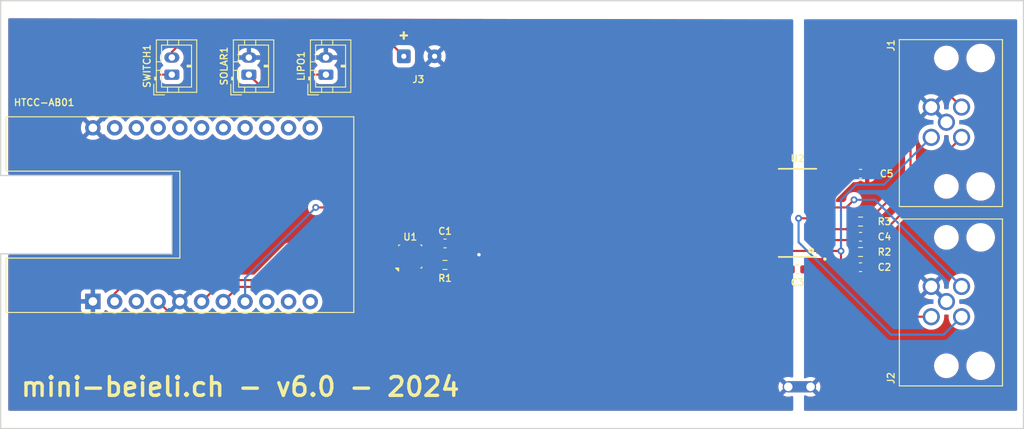
<source format=kicad_pcb>
(kicad_pcb
	(version 20240108)
	(generator "pcbnew")
	(generator_version "8.0")
	(general
		(thickness 1.6)
		(legacy_teardrops no)
	)
	(paper "A4")
	(layers
		(0 "F.Cu" signal)
		(31 "B.Cu" signal)
		(32 "B.Adhes" user "B.Adhesive")
		(33 "F.Adhes" user "F.Adhesive")
		(34 "B.Paste" user)
		(35 "F.Paste" user)
		(36 "B.SilkS" user "B.Silkscreen")
		(37 "F.SilkS" user "F.Silkscreen")
		(38 "B.Mask" user)
		(39 "F.Mask" user)
		(40 "Dwgs.User" user "User.Drawings")
		(41 "Cmts.User" user "User.Comments")
		(42 "Eco1.User" user "User.Eco1")
		(43 "Eco2.User" user "User.Eco2")
		(44 "Edge.Cuts" user)
		(45 "Margin" user)
		(46 "B.CrtYd" user "B.Courtyard")
		(47 "F.CrtYd" user "F.Courtyard")
		(48 "B.Fab" user)
		(49 "F.Fab" user)
	)
	(setup
		(stackup
			(layer "F.SilkS"
				(type "Top Silk Screen")
			)
			(layer "F.Paste"
				(type "Top Solder Paste")
			)
			(layer "F.Mask"
				(type "Top Solder Mask")
				(thickness 0.01)
			)
			(layer "F.Cu"
				(type "copper")
				(thickness 0.035)
			)
			(layer "dielectric 1"
				(type "core")
				(thickness 1.51)
				(material "FR4")
				(epsilon_r 4.5)
				(loss_tangent 0.02)
			)
			(layer "B.Cu"
				(type "copper")
				(thickness 0.035)
			)
			(layer "B.Mask"
				(type "Bottom Solder Mask")
				(thickness 0.01)
			)
			(layer "B.Paste"
				(type "Bottom Solder Paste")
			)
			(layer "B.SilkS"
				(type "Bottom Silk Screen")
			)
			(copper_finish "None")
			(dielectric_constraints no)
		)
		(pad_to_mask_clearance 0)
		(allow_soldermask_bridges_in_footprints no)
		(aux_axis_origin 40 82.355)
		(grid_origin 40 82.355)
		(pcbplotparams
			(layerselection 0x00010f0_ffffffff)
			(plot_on_all_layers_selection 0x0000000_00000000)
			(disableapertmacros no)
			(usegerberextensions yes)
			(usegerberattributes no)
			(usegerberadvancedattributes no)
			(creategerberjobfile no)
			(dashed_line_dash_ratio 12.000000)
			(dashed_line_gap_ratio 3.000000)
			(svgprecision 4)
			(plotframeref no)
			(viasonmask no)
			(mode 1)
			(useauxorigin no)
			(hpglpennumber 1)
			(hpglpenspeed 20)
			(hpglpendiameter 15.000000)
			(pdf_front_fp_property_popups yes)
			(pdf_back_fp_property_popups yes)
			(dxfpolygonmode yes)
			(dxfimperialunits yes)
			(dxfusepcbnewfont yes)
			(psnegative no)
			(psa4output no)
			(plotreference yes)
			(plotvalue yes)
			(plotfptext yes)
			(plotinvisibletext no)
			(sketchpadsonfab no)
			(subtractmaskfromsilk no)
			(outputformat 1)
			(mirror no)
			(drillshape 0)
			(scaleselection 1)
			(outputdirectory "../pcbway-5.1/gerber/")
		)
	)
	(net 0 "")
	(net 1 "GND")
	(net 2 "/AGND")
	(net 3 "VS")
	(net 4 "/A_GREEN")
	(net 5 "/A_WHITE")
	(net 6 "/B_GREEN")
	(net 7 "/B_WHITE")
	(net 8 "/SDA")
	(net 9 "/SCL")
	(net 10 "/VEXT")
	(net 11 "/GPIO0")
	(net 12 "/AB_RED")
	(net 13 "Net-(U2-VIN1N)")
	(net 14 "Net-(U2-VIN1P)")
	(net 15 "Net-(U2-VBG)")
	(net 16 "unconnected-(HTCC-AB01-MISO-Pad19)")
	(net 17 "unconnected-(HTCC-AB01-VDD-Pad3)")
	(net 18 "unconnected-(HTCC-AB01-TX-Pad17)")
	(net 19 "unconnected-(HTCC-AB01-ADC-Pad12)")
	(net 20 "unconnected-(HTCC-AB01-GPIO5-Pad10)")
	(net 21 "unconnected-(HTCC-AB01-GPIO2-Pad14)")
	(net 22 "unconnected-(HTCC-AB01-VIN-Pad21)")
	(net 23 "unconnected-(HTCC-AB01-MOSI-Pad20)")
	(net 24 "unconnected-(HTCC-AB01-GPIO4-Pad9)")
	(net 25 "unconnected-(HTCC-AB01-RX-Pad16)")
	(net 26 "unconnected-(HTCC-AB01-GPIO3-Pad15)")
	(net 27 "unconnected-(HTCC-AB01-SCK-Pad18)")
	(net 28 "unconnected-(HTCC-AB01-GPIO1-Pad13)")
	(net 29 "unconnected-(HTCC-AB01-RST-Pad11)")
	(net 30 "Net-(J3-Pin_1)")
	(net 31 "Net-(LIPO1-Pin_1)")
	(net 32 "Net-(U1-SDO)")
	(net 33 "unconnected-(U2-XOUT-Pad11)")
	(net 34 "unconnected-(U2-XIN-Pad10)")
	(footprint "Capacitor_SMD:C_0603_1608Metric" (layer "F.Cu") (at 140.462 63.5))
	(footprint "T4145015051-001:T4145015051-001" (layer "F.Cu") (at 150.495 46.56 90))
	(footprint "T4145015051-001:T4145015051-001" (layer "F.Cu") (at 150.495 67.515 90))
	(footprint "Resistor_SMD:R_0603_1608Metric" (layer "F.Cu") (at 140.462 61.722))
	(footprint "Connector_JST:JST_PH_B2B-PH-K_1x02_P2.00mm_Vertical" (layer "F.Cu") (at 69 41 90))
	(footprint "NetTie:NetTie-2_THT_Pad1.0mm" (layer "F.Cu") (at 134.62 77.47 180))
	(footprint "Capacitor_SMD:C_0603_1608Metric" (layer "F.Cu") (at 140.462 52.578))
	(footprint "Capacitor_SMD:C_0603_1608Metric" (layer "F.Cu") (at 140.462 59.944))
	(footprint "Resistor_SMD:R_0603_1608Metric" (layer "F.Cu") (at 140.462 58.166))
	(footprint "Capacitor_SMD:C_0603_1608Metric" (layer "F.Cu") (at 133.096 63.754))
	(footprint "Capacitor_SMD:C_0603_1608Metric" (layer "F.Cu") (at 91.916 60.722))
	(footprint "Resistor_SMD:R_0603_1608Metric" (layer "F.Cu") (at 91.916 63.232))
	(footprint "Package_LGA:Bosch_LGA-8_2.5x2.5mm_P0.65mm_ClockwisePinNumbering" (layer "F.Cu") (at 87.852 62.246 90))
	(footprint "HTCC-AB01:HTCC-AB01" (layer "F.Cu") (at 60.938 57.355 90))
	(footprint "nau7802:SOIC127P700X210-16N" (layer "F.Cu") (at 133.096 57.15 180))
	(footprint "Connector_Wire:SolderWire-0.1sqmm_1x02_P3.6mm_D0.4mm_OD1mm" (layer "F.Cu") (at 87.1 38.855))
	(footprint "Connector_JST:JST_PH_B2B-PH-K_1x02_P2.00mm_Vertical" (layer "F.Cu") (at 78 41 90))
	(footprint "Connector_JST:JST_PH_B2B-PH-K_1x02_P2.00mm_Vertical" (layer "F.Cu") (at 60 41 90))
	(gr_line
		(start 40 82.355)
		(end 40 61.927)
		(stroke
			(width 0.15)
			(type solid)
		)
		(layer "Edge.Cuts")
		(uuid "00000000-0000-0000-0000-00005f48ebd2")
	)
	(gr_line
		(start 40 52.783)
		(end 40 32.355)
		(stroke
			(width 0.15)
			(type solid)
		)
		(layer "Edge.Cuts")
		(uuid "00000000-0000-0000-0000-00005f53bbb4")
	)
	(gr_line
		(start 40 52.783)
		(end 60 52.783)
		(stroke
			(width 0.15)
			(type solid)
		)
		(layer "Edge.Cuts")
		(uuid "00000000-0000-0000-0000-00005f53bbc4")
	)
	(gr_line
		(start 40 61.927)
		(end 60 61.927)
		(stroke
			(width 0.15)
			(type solid)
		)
		(layer "Edge.Cuts")
		(uuid "00000000-0000-0000-0000-00005f53bbd2")
	)
	(gr_line
		(start 60 61.927)
		(end 60 52.783)
		(stroke
			(width 0.15)
			(type solid)
		)
		(layer "Edge.Cuts")
		(uuid "00000000-0000-0000-0000-00005f53bbdc")
	)
	(gr_line
		(start 159.5 82.355)
		(end 40 82.355)
		(stroke
			(width 0.15)
			(type solid)
		)
		(layer "Edge.Cuts")
		(uuid "a4f594fa-9816-4830-bfb5-c2928fbc2f05")
	)
	(gr_line
		(start 159.5 32.355)
		(end 159.5 82.355)
		(stroke
			(width 0.15)
			(type solid)
		)
		(layer "Edge.Cuts")
		(uuid "aae3e431-f32d-4831-b4b5-c5c9dfe1abe2")
	)
	(gr_line
		(start 40 32.355)
		(end 159.5 32.355)
		(stroke
			(width 0.15)
			(type solid)
		)
		(layer "Edge.Cuts")
		(uuid "b327b9da-90f7-4d21-a730-14b5fc667ece")
	)
	(gr_text "mini-beieli.ch - v6.0 - 2024"
		(at 68 77.47 0)
		(layer "F.SilkS")
		(uuid "00000000-0000-0000-0000-00005f538405")
		(effects
			(font
				(size 2.2 2.2)
				(thickness 0.4)
			)
		)
	)
	(gr_text "+"
		(at 87.1 36.355 0)
		(layer "F.SilkS")
		(uuid "eb995510-27b5-4348-b3d2-2b5a38fc3b98")
		(effects
			(font
				(size 1 1)
				(thickness 0.25)
			)
		)
	)
	(segment
		(start 92.691 60.722)
		(end 94.567 60.722)
		(width 0.25)
		(layer "F.Cu")
		(net 1)
		(uuid "169bdd91-cb70-42b0-b786-e4aa76380d25")
	)
	(segment
		(start 87.880588 63.221)
		(end 88.530588 62.571)
		(width 0.25)
		(layer "F.Cu")
		(net 1)
		(uuid "5d780b17-ec68-457e-a39f-60bf42fa80f7")
	)
	(segment
		(start 88.530588 62.571)
		(end 88.877 62.571)
		(width 0.25)
		(layer "F.Cu")
		(net 1)
		(uuid "6ba63b03-9c5d-4a91-9a00-a813b740e0e3")
	)
	(segment
		(start 86.827 63.221)
		(end 87.880588 63.221)
		(width 0.25)
		(layer "F.Cu")
		(net 1)
		(uuid "8e1ab2ab-0011-44fc-988c-2c11cb56388e")
	)
	(segment
		(start 94.567 60.722)
		(end 95.88 62.035)
		(width 0.25)
		(layer "F.Cu")
		(net 1)
		(uuid "9c0089a8-40cf-47c1-9414-3530f6becf32")
	)
	(via
		(at 95.88 62.035)
		(size 0.8)
		(drill 0.4)
		(layers "F.Cu" "B.Cu")
		(free yes)
		(net 1)
		(uuid "a302daac-4165-4173-9805-2eb058d56334")
	)
	(segment
		(start 72.355 44.355)
		(end 77.3 44.355)
		(width 0.25)
		(layer "F.Cu")
		(net 3)
		(uuid "12e608a3-dbd2-4cdc-af11-7310f9ad38d0")
	)
	(segment
		(start 55.9 64)
		(end 53.318 66.582)
		(width 0.25)
		(layer "F.Cu")
		(net 3)
		(uuid "1439b90d-b30f-4b66-abbd-f5ddce7501a3")
	)
	(segment
		(start 66.4 64)
		(end 55.9 64)
		(width 0.25)
		(layer "F.Cu")
		(net 3)
		(uuid "2487194a-ba55-482e-bb2d-66b08678e366")
	)
	(segment
		(start 78.9 51.5)
		(end 66.4 64)
		(width 0.25)
		(layer "F.Cu")
		(net 3)
		(uuid "477e9cda-46a3-4caa-971a-a5c43394d7ec")
	)
	(segment
		(start 78.9 45.955)
		(end 78.9 51.5)
		(width 0.25)
		(layer "F.Cu")
		(net 3)
		(uuid "7b04f8d7-09e3-435b-9957-4095460604a1")
	)
	(segment
		(start 69 41)
		(end 72.355 44.355)
		(width 0.25)
		(layer "F.Cu")
		(net 3)
		(uuid "a88284d0-44d0-4810-b804-9667e39b4620")
	)
	(segment
		(start 53.318 66.582)
		(end 53.318 67.495)
		(width 0.25)
		(layer "F.Cu")
		(net 3)
		(uuid "f539864a-fa25-44a4-92a3-a73628c82a37")
	)
	(segment
		(start 77.3 44.355)
		(end 78.9 45.955)
		(width 0.25)
		(layer "F.Cu")
		(net 3)
		(uuid "fccb21cd-2a4b-4b11-9885-683148342b1c")
	)
	(segment
		(start 146.304 43.942)
		(end 147.828 42.418)
		(width 0.25)
		(layer "F.Cu")
		(net 4)
		(uuid "41ace56c-372f-45cb-b10f-6f6a0f1f6a5a")
	)
	(segment
		(start 146.304 53.1115)
		(end 146.304 43.942)
		(width 0.25)
		(layer "F.Cu")
		(net 4)
		(uuid "81af99f0-9c71-4ec7-a44e-ff1adc8d3f78")
	)
	(segment
		(start 149.893 42.418)
		(end 152.265 44.79)
		(width 0.25)
		(layer "F.Cu")
		(net 4)
		(uuid "a813ef13-3867-433c-a088-e4fa17765290")
	)
	(segment
		(start 147.828 42.418)
		(end 149.893 42.418)
		(width 0.25)
		(layer "F.Cu")
		(net 4)
		(uuid "d5597e75-6bdb-46d5-aa02-8d4e7f02ad63")
	)
	(segment
		(start 141.2495 58.166)
		(end 146.304 53.1115)
		(width 0.25)
		(layer "F.Cu")
		(net 4)
		(uuid "e9dd064d-961c-4f03-8618-7d03ccc68596")
	)
	(segment
		(start 148.082 52.513)
		(end 152.265 48.33)
		(width 0.25)
		(layer "F.Cu")
		(net 5)
		(uuid "049f0d00-d529-4d53-b46d-d5eb60229e4a")
	)
	(segment
		(start 141.2495 61.247)
		(end 148.082 54.4145)
		(width 0.25)
		(layer "F.Cu")
		(net 5)
		(uuid "388fbb85-4d0c-4294-9796-aba739bf3e51")
	)
	(segment
		(start 141.2495 61.722)
		(end 141.2495 61.247)
		(width 0.25)
		(layer "F.Cu")
		(net 5)
		(uuid "c7ede46e-ecc0-4857-91ac-94802eb631ee")
	)
	(segment
		(start 148.082 54.4145)
		(end 148.082 52.513)
		(width 0.25)
		(layer "F.Cu")
		(net 5)
		(uuid "c7fbecf6-84f5-4657-bd38-5683e0a472ed")
	)
	(segment
		(start 139.7 55.626)
		(end 138.811 56.515)
		(width 0.25)
		(layer "F.Cu")
		(net 6)
		(uuid "7bcdb406-b534-414e-8c60-f0ac88342948")
	)
	(segment
		(start 138.811 56.515)
		(end 136.201 56.515)
		(width 0.25)
		(layer "F.Cu")
		(net 6)
		(uuid "d234b350-2c73-4846-9d82-e6a347df1f23")
	)
	(via
		(at 139.7 55.626)
		(size 0.8)
		(drill 0.4)
		(layers "F.Cu" "B.Cu")
		(net 6)
		(uuid "b4f0a201-635f-479b-8284-f538b597a626")
	)
	(segment
		(start 152.265 65.745)
		(end 142.146 55.626)
		(width 0.25)
		(layer "B.Cu")
		(net 6)
		(uuid "7001e2b8-491e-4333-b4d5-e85fd0eadec3")
	)
	(segment
		(start 142.146 55.626)
		(end 139.7 55.626)
		(width 0.25)
		(layer "B.Cu")
		(net 6)
		(uuid "ef45090f-f57f-43ad-84a2-d69a6cfc1375")
	)
	(segment
		(start 136.201 57.785)
		(end 133.223 57.785)
		(width 0.25)
		(layer "F.Cu")
		(net 7)
		(uuid "e536f03b-9a2d-45f8-a51d-cc8382e45a18")
	)
	(via
		(at 133.223 57.785)
		(size 0.8)
		(drill 0.4)
		(layers "F.Cu" "B.Cu")
		(net 7)
		(uuid "72b3577e-bf21-4991-afc7-d645967d9c99")
	)
	(segment
		(start 133.223 57.785)
		(end 133.223 60.579)
		(width 0.25)
		(layer "B.Cu")
		(net 7)
		(uuid "00a3d329-54d8-4853-84f2-adf9f3e6e4b8")
	)
	(segment
		(start 133.223 60.579)
		(end 144.018 71.374)
		(width 0.25)
		(layer "B.Cu")
		(net 7)
		(uuid "35d9aee8-cc01-422f-b3b1-2f8e36222ea3")
	)
	(segment
		(start 150.176 71.374)
		(end 152.265 69.285)
		(width 0.25)
		(layer "B.Cu")
		(net 7)
		(uuid "5320b30d-3dfc-4431-a381-0d2d41ff2403")
	)
	(segment
		(start 144.018 71.374)
		(end 150.176 71.374)
		(width 0.25)
		(layer "B.Cu")
		(net 7)
		(uuid "f2b470d4-b5c9-48f9-9d0f-626d82c4eb56")
	)
	(segment
		(start 89.245 59.055)
		(end 129.991 59.055)
		(width 0.25)
		(layer "F.Cu")
		(net 8)
		(uuid "33267436-b8f8-4a8e-a627-c4053585bb39")
	)
	(segment
		(start 71.1 65.8)
		(end 74.979 61.921)
		(width 0.25)
		(layer "F.Cu")
		(net 8)
		(uuid "5c855376-87da-42d6-8107-6a702ca501a7")
	)
	(segment
		(start 87.337001 61.771001)
		(end 87.402001 61.706001)
		(width 0.25)
		(layer "F.Cu")
		(net 8)
		(uuid "66b801b4-3dfd-432d-a86d-ba4619e617f7")
	)
	(segment
		(start 86.827 61.921)
		(end 86.827 61.771001)
		(width 0.25)
		(layer "F.Cu")
		(net 8)
		(uuid "6e00df57-5fac-459c-bd0e-30db7955a895")
	)
	(segment
		(start 67.733 65.8)
		(end 71.1 65.8)
		(width 0.25)
		(layer "F.Cu")
		(net 8)
		(uuid "9d4a9c81-2fd9-4564-9496-a085ab179b87")
	)
	(segment
		(start 74.979 61.921)
		(end 86.827 61.921)
		(width 0.25)
		(layer "F.Cu")
		(net 8)
		(uuid "ae8c608d-a667-477a-9751-36f0aa7c326b")
	)
	(segment
		(start 87.402001 61.706001)
		(end 87.402001 60.897999)
		(width 0.25)
		(layer "F.Cu")
		(net 8)
		(uuid "c69331bb-5d14-4e9e-ab71-5d16367069ff")
	)
	(segment
		(start 87.402001 60.897999)
		(end 89.245 59.055)
		(width 0.25)
		(layer "F.Cu")
		(net 8)
		(uuid "d96167a4-c0d2-444f-b83f-a9df9522726b")
	)
	(segment
		(start 66.018 67.515)
		(end 67.733 65.8)
		(width 0.25)
		(layer "F.Cu")
		(net 8)
		(uuid "db9e05ca-b2d5-4862-b147-2540dc7d95bb")
	)
	(segment
		(start 86.827 61.771001)
		(end 87.337001 61.771001)
		(width 0.25)
		(layer "F.Cu")
		(net 8)
		(uuid "f281336d-5ebd-466d-8fc5-e347080298f0")
	)
	(segment
		(start 66.03641 65)
		(end 69.9 65)
		(width 0.25)
		(layer "F.Cu")
		(net 9)
		(uuid "10e3b525-59c4-4336-af09-90b4b86fafd2")
	)
	(segment
		(start 63.478 67.515)
		(end 63.52141 67.515)
		(width 0.25)
		(layer "F.Cu")
		(net 9)
		(uuid "3f6c2a37-9a77-4b94-a063-5a99727ffa54")
	)
	(segment
		(start 63.52141 67.515)
		(end 66.03641 65)
		(width 0.25)
		(layer "F.Cu")
		(net 9)
		(uuid "432783c9-c8b4-445a-9313-b43ae6a61ab6")
	)
	(segment
		(start 86.827 61.271)
		(end 86.827 60.173)
		(width 0.25)
		(layer "F.Cu")
		(net 9)
		(uuid "5ddfaaad-6e82-4b0e-8741-3b6072dead34")
	)
	(segment
		(start 89.215 57.785)
		(end 129.991 57.785)
		(width 0.25)
		(layer "F.Cu")
		(net 9)
		(uuid "6065bebc-8176-4433-a8a5-9f204c5e4832")
	)
	(segment
		(start 73.629 61.271)
		(end 86.827 61.271)
		(width 0.25)
		(layer "F.Cu")
		(net 9)
		(uuid "61cb7295-91a4-4c96-aa16-8f610a820186")
	)
	(segment
		(start 86.827 60.173)
		(end 89.215 57.785)
		(width 0.25)
		(layer "F.Cu")
		(net 9)
		(uuid "88267fb9-731c-462a-934a-e3443593dbdf")
	)
	(segment
		(start 69.9 65)
		(end 73.629 61.271)
		(width 0.25)
		(layer "F.Cu")
		(net 9)
		(uuid "b94f8f45-b316-4944-9f47-f3a40dd7b103")
	)
	(segment
		(start 91.1285 63.232)
		(end 91.92851 64.03201)
		(width 0.25)
		(layer "F.Cu")
		(net 10)
		(uuid "09eb241b-ce6d-4695-8f0b-9fd3a309ec04")
	)
	(segment
		(start 86.827 62.571)
		(end 87.327 62.571)
		(width 0.25)
		(layer "F.Cu")
		(net 10)
		(uuid "20a88f6e-1502-40a6-b80d-eeb4163967cd")
	)
	(segment
		(start 91.1175 63.221)
		(end 91.1285 63.232)
		(width 0.25)
		(layer "F.Cu")
		(net 10)
		(uuid "21c27580-13c6-4e61-983b-33478285d095")
	)
	(segment
		(start 87.977 61.921)
		(end 88.877 61.921)
		(width 0.25)
		(layer "F.Cu")
		(net 10)
		(uuid "2260bae7-e33e-4be6-bcea-197acb3466e8")
	)
	(segment
		(start 58.398 67.495)
		(end 60.603 69.7)
		(width 0.25)
		(layer "F.Cu")
		(net 10)
		(uuid "3139e208-1398-4685-8344-59e67b8801fe")
	)
	(segment
		(start 87.977 61.160998)
		(end 88.415998 60.722)
		(width 0.25)
		(layer "F.Cu")
		(net 10)
		(uuid "4a396209-b6ff-4c45-806d-3345fbf711b2")
	)
	(segment
		(start 128.841 60.325)
		(end 129.991 60.325)
		(width 0.25)
		(layer "F.Cu")
		(net 10)
		(uuid "5904e056-a16d-458a-9003-6c6e6b06e475")
	)
	(segment
		(start 87.977 61.921)
		(end 87.977 61.160998)
		(width 0.25)
		(layer "F.Cu")
		(net 10)
		(uuid "5ac9f604-4573-4928-9811-03c19e898ac5")
	)
	(segment
		(start 86.466998 62.571)
		(end 86.827 62.571)
		(width 0.25)
		(layer "F.Cu")
		(net 10)
		(uuid "75d6ae97-1890-44cd-8640-1bc8b154ee63")
	)
	(segment
		(start 79.337998 69.7)
		(end 86.466998 62.571)
		(width 0.25)
		(layer "F.Cu")
		(net 10)
		(uuid "79aa5f72-a6bd-4bd9-bf08-0162d9913e9e")
	)
	(segment
		(start 88.415998 60.722)
		(end 91.1285 60.722)
		(width 0.25)
		(layer "F.Cu")
		(net 10)
		(uuid "7e8ceea2-b6e3-48e6-87d6-be0e939860bd")
	)
	(segment
		(start 91.92851 64.03201)
		(end 91.93201 64.03201)
		(width 0.25)
		(layer "F.Cu")
		(net 10)
		(uuid "84163b9e-4f7f-4a6d-b64a-cfe80022d265")
	)
	(segment
		(start 60.603 69.7)
		(end 79.337998 69.7)
		(width 0.25)
		(layer "F.Cu")
		(net 10)
		(uuid "98126b2d-b219-4a73-bc31-ccdfd27c4b76")
	)
	(segment
		(start 88.877 63.221)
		(end 91.1175 63.221)
		(width 0.25)
		(layer "F.Cu")
		(net 10)
		(uuid "adc7840e-7510-4abd-8b81-4bd96ad8a5bf")
	)
	(segment
		(start 88.877 61.921)
		(end 89.8175 61.921)
		(width 0.25)
		(layer "F.Cu")
		(net 10)
		(uuid "b13877fe-77ef-4011-8314-ee9f3c2355c6")
	)
	(segment
		(start 87.327 62.571)
		(end 87.977 61.921)
		(width 0.25)
		(layer "F.Cu")
		(net 10)
		(uuid "baec713e-66cf-44f7-b1da-32c3cabb91f4")
	)
	(segment
		(start 89.8175 61.921)
		(end 91.1285 63.232)
		(width 0.25)
		(layer "F.Cu")
		(net 10)
		(uuid "d3090af8-aded-48f2-837a-d45e9794280f")
	)
	(segment
		(start 92.9 65)
		(end 124.166 65)
		(width 0.25)
		(layer "F.Cu")
		(net 10)
		(uuid "d48d72d1-b07f-49cc-9d14-06b113f557a8")
	)
	(segment
		(start 124.166 65)
		(end 128.841 60.325)
		(width 0.25)
		(layer "F.Cu")
		(net 10)
		(uuid "e25ca819-5fc8-46c6-a9bc-bf213cab6f5c")
	)
	(segment
		(start 91.93201 64.03201)
		(end 92.9 65)
		(width 0.25)
		(layer "F.Cu")
		(net 10)
		(uuid "ee7df61b-e39a-431d-ab1d-5a35f31b7f52")
	)
	(segment
		(start 129.991 56.515)
		(end 76.815 56.515)
		(width 0.25)
		(layer "F.Cu")
		(net 11)
		(uuid "b3ac1da0-15ae-47e5-b647-bb3235f39a19")
	)
	(via
		(at 76.815 56.515)
		(size 0.8)
		(drill 0.4)
		(layers "F.Cu" "B.Cu")
		(net 11)
		(uuid "44ece2f3-fc62-4d64-b03a-3d8f760609b8")
	)
	(segment
		(start 68.558 67.515)
		(end 68.558 64.772)
		(width 0.25)
		(layer "B.Cu")
		(net 11)
		(uuid "37fcd2f3-c28f-4366-be7f-94c542f70ddf")
	)
	(segment
		(start 68.558 64.772)
		(end 76.815 56.515)
		(width 0.25)
		(layer "B.Cu")
		(net 11)
		(uuid "796f5602-65a4-4ab5-9071-8cc2bc2be131")
	)
	(segment
		(start 131.572 63.754)
		(end 132.3085 63.754)
		(width 0.25)
		(layer "F.Cu")
		(net 12)
		(uuid "054075ca-0e92-4a11-97dc-57a6ab5ddd24")
	)
	(segment
		(start 138.938 63.5)
		(end 139.6745 63.5)
		(width 0.25)
		(layer "F.Cu")
		(net 12)
		(uuid "0e30578c-4449-4905-93f0-71cf7c9822be")
	)
	(segment
		(start 129.991 62.173)
		(end 131.572 63.754)
		(width 0.25)
		(layer "F.Cu")
		(net 12)
		(uuid "14e6e734-00de-46e8-bb2d-19ad352e6a70")
	)
	(segment
		(start 136.201 61.595)
		(end 137.7695 61.595)
		(width 0.25)
		(layer "F.Cu")
		(net 12)
		(uuid "4f9aa632-0e29-475b-8a14-f9cb5899da28")
	)
	(segment
		(start 138.176 62.738)
		(end 138.938 63.5)
		(width 0.25)
		(layer "F.Cu")
		(net 12)
		(uuid "532831b6-f3a0-4ac3-84a2-91858f9ae8a5")
	)
	(segment
		(start 138.176 61.60775)
		(end 138.176 62.738)
		(width 0.25)
		(layer "F.Cu")
		(net 12)
		(uuid "667369dc-4a11-404e-9640-cc3f6c0bd428")
	)
	(segment
		(start 145.4595 69.285)
		(end 148.725 69.285)
		(width 0.25)
		(layer "F.Cu")
		(net 12)
		(uuid "a21ab933-39d3-46b4-addd-c49650743661")
	)
	(segment
		(start 137.7695 61.595)
		(end 137.78225 61.60775)
		(width 0.25)
		(layer "F.Cu")
		(net 12)
		(uuid "b80d4be7-8c62-4857-b078-77e0f7a90edf")
	)
	(segment
		(start 139.6745 63.5)
		(end 145.4595 69.285)
		(width 0.25)
		(layer "F.Cu")
		(net 12)
		(uuid "d4028f63-13dc-4e16-a35c-bc7f7161aa2a")
	)
	(segment
		(start 129.991 61.595)
		(end 129.991 62.173)
		(width 0.25)
		(layer "F.Cu")
		(net 12)
		(uuid "ef1ee6d4-8f83-4d6e-947a-34f49ee63b46")
	)
	(segment
		(start 129.991 61.595)
		(end 136.201 61.595)
		(width 0.25)
		(layer "F.Cu")
		(net 12)
		(uuid "f65400c2-90fc-40ad-8632-497a934cb95f")
	)
	(via
		(at 138.176 61.60775)
		(size 0.8)
		(drill 0.4)
		(layers "F.Cu" "B.Cu")
		(net 12)
		(uuid "925b2d74-0e35-40f2-a00d-deb8276f077f")
	)
	(segment
		(start 138.176 61.60775)
		(end 138.176 55.626)
		(width 0.25)
		(layer "B.Cu")
		(net 12)
		(uuid "446bccf4-868c-419f-96c2-225d0df3735d")
	)
	(segment
		(start 138.176 55.626)
		(end 139.954 53.848)
		(width 0.25)
		(layer "B.Cu")
		(net 12)
		(uuid "4be8be88-4d5c-4c4c-ab55-bed3c576c1d4")
	)
	(segment
		(start 143.207 53.848)
		(end 148.725 48.33)
		(width 0.25)
		(layer "B.Cu")
		(net 12)
		(uuid "50fb460a-46fd-4105-8ad0-fb1fbb842da5")
	)
	(segment
		(start 139.954 53.848)
		(end 143.207 53.848)
		(width 0.25)
		(layer "B.Cu")
		(net 12)
		(uuid "e27ba909-5cb1-4301-b8d4-adb7016abd79")
	)
	(segment
		(start 139.6745 59.944)
		(end 139.6745 61.722)
		(width 0.25)
		(layer "F.Cu")
		(net 13)
		(uuid "2c26f89e-0f01-43df-be06-aaaf006021f3")
	)
	(segment
		(start 136.201 60.325)
		(end 139.2935 60.325)
		(width 0.25)
		(layer "F.Cu")
		(net 13)
		(uuid "b3bface0-5e99-4160-a886-ecf54be03160")
	)
	(segment
		(start 139.2935 60.325)
		(end 139.6745 59.944)
		(width 0.25)
		(layer "F.Cu")
		(net 13)
		(uuid "ca85dd50-12ea-47df-b958-cc47159c664d")
	)
	(segment
		(start 138.7855 59.055)
		(end 139.6745 58.166)
		(width 0.25)
		(layer "F.Cu")
		(net 14)
		(uuid "22aed87d-fb9f-4704-a2e3-056a537eec21")
	)
	(segment
		(start 136.201 59.055)
		(end 138.7855 59.055)
		(width 0.25)
		(layer "F.Cu")
		(net 14)
		(uuid "4814749b-900f-424f-974e-81a0239a1636")
	)
	(segment
		(start 139.6745 58.369)
		(end 141.2495 59.944)
		(width 0.25)
		(layer "F.Cu")
		(net 14)
		(uuid "8e661f47-294a-4ace-bf00-31b9965ceff6")
	)
	(segment
		(start 139.6745 58.166)
		(end 139.6745 58.369)
		(width 0.25)
		(layer "F.Cu")
		(net 14)
		(uuid "f8ccda83-1cfb-406f-be70-596ce54214c7")
	)
	(segment
		(start 136.201 55.245)
		(end 137.0075 55.245)
		(width 0.25)
		(layer "F.Cu")
		(net 15)
		(uuid "33b7ea5a-81ca-4bd1-932a-6c410418897d")
	)
	(segment
		(start 137.0075 55.245)
		(end 139.6745 52.578)
		(width 0.25)
		(layer "F.Cu")
		(net 15)
		(uuid "459f808a-f260-4f45-87b7-82da15318dd0")
	)
	(segment
		(start 60 36.055)
		(end 84.3 36.055)
		(width 0.25)
		(layer "F.Cu")
		(net 30)
		(uuid "050c7c22-8849-45b5-b77f-ddc46b43f83a")
	)
	(segment
		(start 60 41)
		(end 58.445 41)
		(width 0.25)
		(layer "F.Cu")
		(net 30)
		(uuid "1fb98642-a5ab-4323-ab38-eaa26d7ab9cc")
	)
	(segment
		(start 58.1 37.955)
		(end 60 36.055)
		(width 0.25)
		(layer "F.Cu")
		(net 30)
		(uuid "463f9727-9a0e-4b04-b0fe-2455f37002d5")
	)
	(segment
		(start 58.1 40.655)
		(end 58.1 37.955)
		(width 0.25)
		(layer "F.Cu")
		(net 30)
		(uuid "b812b487-d65b-4552-9177-6a9d2348be57")
	)
	(segment
		(start 58.445 41)
		(end 58.1 40.655)
		(width 0.25)
		(layer "F.Cu")
		(net 30)
		(uuid "cc89d59d-c8fa-4ac9-8d49-98b49dc43877")
	)
	(segment
		(start 84.3 36.055)
		(end 87.1 38.855)
		(width 0.25)
		(layer "F.Cu")
		(net 30)
		(uuid "f6115a2e-4fb9-4591-9641-aa83d2745435")
	)
	(segment
		(start 73.1 37.555)
		(end 76.545 41)
		(width 0.25)
		(layer "F.Cu")
		(net 31)
		(uuid "49b5b352-66ee-4ab2-ab9c-f91e2e8e5e4a")
	)
	(segment
		(start 76.545 41)
		(end 78 41)
		(width 0.25)
		(layer "F.Cu")
		(net 31)
		(uuid "5589b8b3-6d26-4958-9c1d-05269f03fb0c")
	)
	(segment
		(start 60.8 37.555)
		(end 73.1 37.555)
		(width 0.25)
		(layer "F.Cu")
		(net 31)
		(uuid "96dde38a-702f-4e58-b654-02115a78b87c")
	)
	(segment
		(start 60 38.355)
		(end 60.8 37.555)
		(width 0.25)
		(layer "F.Cu")
		(net 31)
		(uuid "9fc2f370-f51c-47ae-9337-3a556ab949bb")
	)
	(segment
		(start 60 39)
		(end 60 38.355)
		(width 0.25)
		(layer "F.Cu")
		(net 31)
		(uuid "b6c0ab8c-7222-43a5-a271-f27328d6a90c")
	)
	(segment
		(start 92.7035 63.232)
		(end 92.7035 62.7795)
		(width 0.25)
		(layer "F.Cu")
		(net 32)
		(uuid "2d978048-15db-4341-81c8-af457e40bda8")
	)
	(segment
		(start 88.877 61.271)
		(end 90.179 61.271)
		(width 0.25)
		(layer "F.Cu")
		(net 32)
		(uuid "a3c283d5-c726-4e9c-855a-6c2343d96932")
	)
	(segment
		(start 91.916 61.992)
		(end 90.9 61.992)
		(width 0.25)
		(layer "F.Cu")
		(net 32)
		(uuid "cecbd179-19be-485a-92ef-c593a3b113ee")
	)
	(segment
		(start 90.9 61.992)
		(end 90.179 61.271)
		(width 0.25)
		(layer "F.Cu")
		(net 32)
		(uuid "da8e5541-003e-4d09-a668-127f41e070c8")
	)
	(segment
		(start 92.7035 62.7795)
		(end 91.916 61.992)
		(width 0.25)
		(layer "F.Cu")
		(net 32)
		(uuid "e70a8996-5cde-4a73-a684-f23fc931e501")
	)
	(zone
		(net 2)
		(net_name "/AGND")
		(layer "F.Cu")
		(uuid "00000000-0000-0000-0000-00005fe76039")
		(hatch edge 0.508)
		(connect_pads
			(clearance 0.508)
		)
		(min_thickness 0.254)
		(filled_areas_thickness no)
		(fill yes
			(thermal_gap 0.508)
			(thermal_bridge_width 0.508)
		)
		(polygon
			(pts
				(xy 158.75 80.264) (xy 133.858 80.264) (xy 133.858 34.544) (xy 158.75 34.544)
			)
		)
		(filled_polygon
			(layer "F.Cu")
			(pts
				(xy 158.692121 34.564002) (xy 158.738614 34.617658) (xy 158.75 34.67) (xy 158.75 80.138) (xy 158.729998 80.206121)
				(xy 158.676342 80.252614) (xy 158.624 80.264) (xy 133.984 80.264) (xy 133.915879 80.243998) (xy 133.869386 80.190342)
				(xy 133.858 80.138) (xy 133.858 78.586408) (xy 133.878002 78.518287) (xy 133.931658 78.471794) (xy 134.001932 78.46169)
				(xy 134.05033 78.479281) (xy 134.101612 78.511033) (xy 134.101628 78.511041) (xy 134.301736 78.588564)
				(xy 134.301735 78.588564) (xy 134.512697 78.628) (xy 134.727303 78.628) (xy 134.938264 78.588564)
				(xy 135.13837 78.511042) (xy 135.138379 78.511037) (xy 135.239325 78.448534) (xy 134.744948 77.954157)
				(xy 134.812993 77.935925) (xy 134.927007 77.870099) (xy 135.020099 77.777007) (xy 135.085925 77.662993)
				(xy 135.104158 77.594947) (xy 135.601308 78.092097) (xy 135.608769 78.082219) (xy 135.704429 77.890107)
				(xy 135.763159 77.683692) (xy 135.763159 77.683688) (xy 135.782961 77.470004) (xy 135.782961 77.469995)
				(xy 135.763159 77.256311) (xy 135.763159 77.256307) (xy 135.704429 77.04989) (xy 135.704428 77.049888)
				(xy 135.608768 76.857779) (xy 135.601308 76.847901) (xy 135.104157 77.345051) (xy 135.085925 77.277007)
				(xy 135.020099 77.162993) (xy 134.927007 77.069901) (xy 134.812993 77.004075) (xy 134.744947 76.985841)
				(xy 135.239325 76.491464) (xy 135.138376 76.42896) (xy 135.138369 76.428957) (xy 134.938263 76.351435)
				(xy 134.938264 76.351435) (xy 134.727303 76.312) (xy 134.512697 76.312) (xy 134.301735 76.351435)
				(xy 134.101628 76.428958) (xy 134.101615 76.428964) (xy 134.050329 76.460719) (xy 133.981882 76.479573)
				(xy 133.914107 76.458429) (xy 133.868523 76.403999) (xy 133.858 76.353591) (xy 133.858 74.900843)
				(xy 149.0445 74.900843) (xy 149.0445 75.129157) (xy 149.080216 75.35466) (xy 149.150769 75.571799)
				(xy 149.245465 75.75765) (xy 149.254423 75.775231) (xy 149.388622 75.959939) (xy 149.55006 76.121377)
				(xy 149.671404 76.209539) (xy 149.734772 76.255579) (xy 149.938201 76.359231) (xy 150.15534 76.429784)
				(xy 150.380843 76.4655) (xy 150.380846 76.4655) (xy 150.609154 76.4655) (xy 150.609157 76.4655)
				(xy 150.83466 76.429784) (xy 151.051799 76.359231) (xy 151.255228 76.255579) (xy 151.439937 76.121379)
				(xy 151.601379 75.959937) (xy 151.735579 75.775228) (xy 151.839231 75.571799) (xy 151.909784 75.35466)
				(xy 151.9455 75.129157) (xy 151.9455 74.905179) (xy 152.8195 74.905179) (xy 152.8195 75.12482) (xy 152.848166 75.342568)
				(xy 152.848168 75.342575) (xy 152.905014 75.554727) (xy 152.912086 75.5718) (xy 152.989063 75.757641)
				(xy 152.989068 75.75765) (xy 153.098881 75.947851) (xy 153.232585 76.122098) (xy 153.232604 76.122119)
				(xy 153.38788 76.277395) (xy 153.38789 76.277404) (xy 153.387896 76.27741) (xy 153.387899 76.277412)
				(xy 153.387901 76.277414) (xy 153.562148 76.411118) (xy 153.625548 76.447722) (xy 153.752355 76.520935)
				(xy 153.955273 76.604986) (xy 154.167425 76.661832) (xy 154.167429 76.661832) (xy 154.167431 76.661833)
				(xy 154.223552 76.669221) (xy 154.385182 76.6905) (xy 154.385189 76.6905) (xy 154.604811 76.6905)
				(xy 154.604818 76.6905) (xy 154.801614 76.664591) (xy 154.822568 76.661833) (xy 154.822568 76.661832)
				(xy 154.822575 76.661832) (xy 155.034727 76.604986) (xy 155.237645 76.520935) (xy 155.427855 76.411116)
				(xy 155.602104 76.27741) (xy 155.75741 76.122104) (xy 155.891116 75.947855) (xy 156.000935 75.757645)
				(xy 156.084986 75.554727) (xy 156.141832 75.342575) (xy 156.1705 75.124818) (xy 156.1705 74.905182)
				(xy 156.141832 74.687425) (xy 156.084986 74.475273) (xy 156.000935 74.272355) (xy 155.891116 74.082145)
				(xy 155.75741 73.907896) (xy 155.757404 73.90789) (xy 155.757395 73.90788) (xy 155.602119 73.752604)
				(xy 155.602098 73.752585) (xy 155.427851 73.618881) (xy 155.23765 73.509068) (xy 155.237641 73.509063)
				(xy 155.145702 73.470981) (xy 155.034727 73.425014) (xy 154.822575 73.368168) (xy 154.822568 73.368166)
				(xy 154.60482 73.3395) (xy 154.604818 73.3395) (xy 154.385182 73.3395) (xy 154.385179 73.3395) (xy 154.167431 73.368166)
				(xy 153.955273 73.425014) (xy 153.752358 73.509063) (xy 153.752349 73.509068) (xy 153.562148 73.618881)
				(xy 153.387901 73.752585) (xy 153.38788 73.752604) (xy 153.232604 73.90788) (xy 153.232585 73.907901)
				(xy 153.098881 74.082148) (xy 152.989068 74.272349) (xy 152.989063 74.272358) (xy 152.905014 74.475273)
				(xy 152.848166 74.687431) (xy 152.8195 74.905179) (xy 151.9455 74.905179) (xy 151.9455 74.900843)
				(xy 151.909784 74.67534) (xy 151.839231 74.458201) (xy 151.735579 74.254772) (xy 151.601379 74.070063)
				(xy 151.601377 74.07006) (xy 151.439939 73.908622) (xy 151.255231 73.774423) (xy 151.25523 73.774422)
				(xy 151.255228 73.774421) (xy 151.051799 73.670769) (xy 150.83466 73.600216) (xy 150.609157 73.5645)
				(xy 150.380843 73.5645) (xy 150.15534 73.600216) (xy 150.155337 73.600216) (xy 150.155336 73.600217)
				(xy 149.938201 73.670769) (xy 149.938199 73.67077) (xy 149.734768 73.774423) (xy 149.55006 73.908622)
				(xy 149.388622 74.07006) (xy 149.254423 74.254768) (xy 149.15077 74.458199) (xy 149.150769 74.458201)
				(xy 149.080216 74.67534) (xy 149.0445 74.900843) (xy 133.858 74.900843) (xy 133.858 64.863) (xy 133.878002 64.794879)
				(xy 133.931658 64.748386) (xy 133.984 64.737) (xy 134.144853 64.737) (xy 134.144852 64.736999) (xy 134.245229 64.726744)
				(xy 134.245241 64.726742) (xy 134.407884 64.672847) (xy 134.553728 64.58289) (xy 134.553734 64.582885)
				(xy 134.674885 64.461734) (xy 134.67489 64.461728) (xy 134.764847 64.315884) (xy 134.818742 64.153241)
				(xy 134.818744 64.153229) (xy 134.828999 64.052852) (xy 134.829 64.052852) (xy 134.829 64.008) (xy 133.858 64.008)
				(xy 133.858 63.5) (xy 134.829 63.5) (xy 134.829 63.455147) (xy 134.818744 63.35477) (xy 134.818742 63.354758)
				(xy 134.764847 63.192115) (xy 134.67489 63.046271) (xy 134.674885 63.046265) (xy 134.553734 62.925114)
				(xy 134.553728 62.925109) (xy 134.407884 62.835152) (xy 134.245241 62.781257) (xy 134.245229 62.781255)
				(xy 134.144852 62.771) (xy 133.984 62.771) (xy 133.915879 62.750998) (xy 133.869386 62.697342) (xy 133.858 62.645)
				(xy 133.858 62.3545) (xy 133.878002 62.286379) (xy 133.931658 62.239886) (xy 133.984 62.2285) (xy 134.837417 62.2285)
				(xy 134.905538 62.248502) (xy 134.931025 62.272231) (xy 134.931367 62.27189) (xy 134.937736 62.278259)
				(xy 135.054792 62.365887) (xy 135.054794 62.365888) (xy 135.054796 62.365889) (xy 135.113875 62.387924)
				(xy 135.191795 62.416988) (xy 135.191803 62.41699) (xy 135.25235 62.423499) (xy 135.252355 62.423499)
				(xy 135.252362 62.4235) (xy 135.252368 62.4235) (xy 137.149632 62.4235) (xy 137.149638 62.4235)
				(xy 137.149645 62.423499) (xy 137.149649 62.423499) (xy 137.210196 62.41699) (xy 137.210199 62.416989)
				(xy 137.210201 62.416989) (xy 137.347204 62.365889) (xy 137.347209 62.365884) (xy 137.355118 62.361568)
				(xy 137.356801 62.364651) (xy 137.407458 62.345733) (xy 137.476839 62.360795) (xy 137.527062 62.410976)
				(xy 137.5425 62.471408) (xy 137.5425 62.675606) (xy 137.5425 62.800394) (xy 137.566845 62.922785)
				(xy 137.6146 63.038075) (xy 137.683929 63.141833) (xy 138.534167 63.992072) (xy 138.637925 64.061401)
				(xy 138.719447 64.095168) (xy 138.753215 64.109155) (xy 138.753217 64.109155) (xy 138.753219 64.109156)
				(xy 138.77746 64.113978) (xy 138.84037 64.146884) (xy 138.86012 64.171409) (xy 138.882713 64.208037)
				(xy 138.88272 64.208046) (xy 139.003953 64.329279) (xy 139.003959 64.329284) (xy 139.00396 64.329285)
				(xy 139.149899 64.419302) (xy 139.312664 64.473236) (xy 139.332756 64.475288) (xy 139.41312 64.4835)
				(xy 139.413128 64.4835) (xy 139.709906 64.4835) (xy 139.778027 64.503502) (xy 139.799001 64.520405)
				(xy 144.967429 69.688833) (xy 145.055667 69.777071) (xy 145.159425 69.8464) (xy 145.274715 69.894155)
				(xy 145.397106 69.9185) (xy 147.273435 69.9185) (xy 147.341556 69.938502) (xy 147.380865 69.978662)
				(xy 147.500824 70.174416) (xy 147.500825 70.174417) (xy 147.500826 70.174419) (xy 147.65503 70.354969)
				(xy 147.83558 70.509173) (xy 147.835584 70.509176) (xy 148.038037 70.63324) (xy 148.257406 70.724105)
				(xy 148.488289 70.779535) (xy 148.725 70.798165) (xy 148.961711 70.779535) (xy 149.192594 70.724105)
				(xy 149.411963 70.63324) (xy 149.614416 70.509176) (xy 149.794969 70.354969) (xy 149.949176 70.174416)
				(xy 150.07324 69.971963) (xy 150.164105 69.752594) (xy 150.219535 69.521711) (xy 150.238165 69.285)
				(xy 150.227759 69.152789) (xy 150.242355 69.083312) (xy 150.292197 69.032753) (xy 150.361462 69.017166)
				(xy 150.363257 69.017294) (xy 150.494999 69.027662) (xy 150.626742 69.017294) (xy 150.696222 69.03189)
				(xy 150.746781 69.081732) (xy 150.762368 69.150997) (xy 150.76224 69.152791) (xy 150.751835 69.284999)
				(xy 150.770465 69.52171) (xy 150.825894 69.752592) (xy 150.916759 69.971961) (xy 151.040825 70.174417)
				(xy 151.040826 70.174419) (xy 151.19503 70.354969) (xy 151.37558 70.509173) (xy 151.375584 70.509176)
				(xy 151.578037 70.63324) (xy 151.797406 70.724105) (xy 152.028289 70.779535) (xy 152.265 70.798165)
				(xy 152.501711 70.779535) (xy 152.732594 70.724105) (xy 152.951963 70.63324) (xy 153.154416 70.509176)
				(xy 153.334969 70.354969) (xy 153.489176 70.174416) (xy 153.61324 69.971963) (xy 153.704105 69.752594)
				(xy 153.759535 69.521711) (xy 153.778165 69.285) (xy 153.759535 69.048289) (xy 153.704105 68.817406)
				(xy 153.61324 68.598037) (xy 153.489176 68.395584) (xy 153.489173 68.39558) (xy 153.334969 68.21503)
				(xy 153.154419 68.060826) (xy 153.154417 68.060825) (xy 153.154416 68.060824) (xy 152.951963 67.93676)
				(xy 152.734234 67.846574) (xy 152.732592 67.845894) (xy 152.574651 67.807976) (xy 152.501711 67.790465)
				(xy 152.265 67.771835) (xy 152.264999 67.771835) (xy 152.132791 67.78224) (xy 152.063311 67.767644)
				(xy 152.012752 67.717801) (xy 151.997166 67.648536) (xy 151.997294 67.646742) (xy 152.007662 67.514999)
				(xy 151.997294 67.383257) (xy 152.01189 67.313777) (xy 152.061732 67.263217) (xy 152.130997 67.247631)
				(xy 152.132689 67.247751) (xy 152.265 67.258165) (xy 152.501711 67.239535) (xy 152.732594 67.184105)
				(xy 152.951963 67.09324) (xy 153.154416 66.969176) (xy 153.334969 66.814969) (xy 153.489176 66.634416)
				(xy 153.61324 66.431963) (xy 153.704105 66.212594) (xy 153.759535 65.981711) (xy 153.778165 65.745)
				(xy 153.759535 65.508289) (xy 153.704105 65.277406) (xy 153.61324 65.058037) (xy 153.489176 64.855584)
				(xy 153.489173 64.85558) (xy 153.334969 64.67503) (xy 153.154419 64.520826) (xy 153.154417 64.520825)
				(xy 153.154416 64.520824) (xy 152.951963 64.39676) (xy 152.789061 64.329284) (xy 152.732592 64.305894)
				(xy 152.574651 64.267976) (xy 152.501711 64.250465) (xy 152.265 64.231835) (xy 152.028289 64.250465)
				(xy 151.797407 64.305894) (xy 151.578038 64.396759) (xy 151.375582 64.520825) (xy 151.37558 64.520826)
				(xy 151.19503 64.67503) (xy 151.040826 64.85558) (xy 151.040825 64.855582) (xy 150.916759 65.058038)
				(xy 150.825894 65.277407) (xy 150.770465 65.508289) (xy 150.751835 65.745) (xy 150.76224 65.877207)
				(xy 150.747644 65.946687) (xy 150.697801 65.997247) (xy 150.628537 66.012833) (xy 150.626743 66.012705)
				(xy 150.495 66.002337) (xy 150.362751 66.012745) (xy 150.293271 65.998149) (xy 150.242712 65.948306)
				(xy 150.227126 65.879041) (xy 150.227254 65.877247) (xy 150.237662 65.744999) (xy 150.219039 65.508367)
				(xy 150.163628 65.277562) (xy 150.072791 65.058261) (xy 149.958102 64.871108) (xy 149.958101 64.871107)
				(xy 149.365966 65.463242) (xy 149.345332 65.413426) (xy 149.268726 65.298776) (xy 149.171224 65.201274)
				(xy 149.056574 65.124668) (xy 149.006755 65.104032) (xy 149.59889 64.511897) (xy 149.59889 64.511896)
				(xy 149.411738 64.397208) (xy 149.192437 64.306371) (xy 148.961632 64.25096) (xy 148.725 64.232337)
				(xy 148.488367 64.25096) (xy 148.257562 64.306371) (xy 148.038266 64.397206) (xy 147.851108 64.511897)
				(xy 147.851108 64.511898) (xy 148.443243 65.104033) (xy 148.393426 65.124668) (xy 148.278776 65.201274)
				(xy 148.181274 65.298776) (xy 148.104668 65.413426) (xy 148.084033 65.463243) (xy 147.491898 64.871108)
				(xy 147.491897 64.871108) (xy 147.377206 65.058266) (xy 147.286371 65.277562) (xy 147.23096 65.508367)
				(xy 147.212337 65.745) (xy 147.23096 65.981632) (xy 147.286371 66.212437) (xy 147.377208 66.431738)
				(xy 147.491896 66.61889) (xy 147.491897 66.61889) (xy 148.084032 66.026755) (xy 148.104668 66.076574)
				(xy 148.181274 66.191224) (xy 148.278776 66.288726) (xy 148.393426 66.365332) (xy 148.443242 66.385966)
				(xy 147.851107 66.978101) (xy 147.851108 66.978102) (xy 148.038261 67.092791) (xy 148.257562 67.183628)
				(xy 148.488367 67.239039) (xy 148.724999 67.257662) (xy 148.857247 67.247254) (xy 148.926727 67.26185)
				(xy 148.977286 67.311692) (xy 148.992873 67.380957) (xy 148.992745 67.382751) (xy 148.982337 67.515)
				(xy 148.992705 67.646743) (xy 148.978109 67.716223) (xy 148.928266 67.766782) (xy 148.859001 67.782368)
				(xy 148.857207 67.78224) (xy 148.725 67.771835) (xy 148.488289 67.790465) (xy 148.257407 67.845894)
				(xy 148.038038 67.936759) (xy 147.835582 68.060825) (xy 147.83558 68.060826) (xy 147.65503 68.21503)
				(xy 147.500826 68.39558) (xy 147.500825 68.395582) (xy 147.500824 68.395584) (xy 147.380865 68.591337)
				(xy 147.32822 68.638966) (xy 147.273435 68.6515) (xy 145.774094 68.6515) (xy 145.705973 68.631498)
				(xy 145.684999 68.614595) (xy 141.704539 64.634135) (xy 141.670513 64.571823) (xy 141.675578 64.501008)
				(xy 141.718125 64.444172) (xy 141.754002 64.425435) (xy 141.773887 64.418845) (xy 141.919728 64.32889)
				(xy 141.919734 64.328885) (xy 142.040885 64.207734) (xy 142.04089 64.207728) (xy 142.130847 64.061884)
				(xy 142.184742 63.899241) (xy 142.184744 63.899229) (xy 142.194999 63.798852) (xy 142.195 63.798852)
				(xy 142.195 63.754) (xy 141.109 63.754) (xy 141.040879 63.733998) (xy 140.994386 63.680342) (xy 140.983 63.628)
				(xy 140.983 63.372) (xy 141.003002 63.303879) (xy 141.056658 63.257386) (xy 141.109 63.246) (xy 142.195 63.246)
				(xy 142.195 63.201147) (xy 142.184744 63.10077) (xy 142.184742 63.100758) (xy 142.130847 62.938115)
				(xy 142.04089 62.792271) (xy 142.040885 62.792265) (xy 141.956391 62.707771) (xy 141.922365 62.645459)
				(xy 141.92743 62.574644) (xy 141.956391 62.529581) (xy 142.048811 62.43716) (xy 142.048816 62.437155)
				(xy 142.137827 62.289913) (xy 142.189013 62.125649) (xy 142.1955 62.054265) (xy 142.195499 61.389736)
				(xy 142.189013 61.318351) (xy 142.184361 61.303421) (xy 142.183192 61.232434) (xy 142.215559 61.176843)
				(xy 143.491559 59.900843) (xy 149.0445 59.900843) (xy 149.0445 60.129157) (xy 149.080216 60.35466)
				(xy 149.150769 60.571799) (xy 149.245465 60.75765) (xy 149.254423 60.775231) (xy 149.388622 60.959939)
				(xy 149.55006 61.121377) (xy 149.626399 61.176841) (xy 149.734772 61.255579) (xy 149.938201 61.359231)
				(xy 150.15534 61.429784) (xy 150.380843 61.4655) (xy 150.380846 61.4655) (xy 150.609154 61.4655)
				(xy 150.609157 61.4655) (xy 150.83466 61.429784) (xy 151.051799 61.359231) (xy 151.255228 61.255579)
				(xy 151.439937 61.121379) (xy 151.601379 60.959937) (xy 151.735579 60.775228) (xy 151.839231 60.571799)
				(xy 151.909784 60.35466) (xy 151.9455 60.129157) (xy 151.9455 59.905179) (xy 152.8195 59.905179)
				(xy 152.8195 60.12482) (xy 152.848166 60.342568) (xy 152.848168 60.342575) (xy 152.905014 60.554727)
				(xy 152.912086 60.5718) (xy 152.989063 60.757641) (xy 152.989068 60.75765) (xy 153.098881 60.947851)
				(xy 153.232585 61.122098) (xy 153.232604 61.122119) (xy 153.38788 61.277395) (xy 153.38789 61.277404)
				(xy 153.387896 61.27741) (xy 153.387899 61.277412) (xy 153.387901 61.277414) (xy 153.562148 61.411118)
				(xy 153.625548 61.447722) (xy 153.752355 61.520935) (xy 153.955273 61.604986) (xy 154.167425 61.661832)
				(xy 154.167429 61.661832) (xy 154.167431 61.661833) (xy 154.223552 61.669221) (xy 154.385182 61.6905)
				(xy 154.385189 61.6905) (xy 154.604811 61.6905) (xy 154.604818 61.6905) (xy 154.801614 61.664591)
				(xy 154.822568 61.661833) (xy 154.822568 61.661832) (xy 154.822575 61.661832) (xy 155.034727 61.604986)
				(xy 155.237645 61.520935) (xy 155.427855 61.411116) (xy 155.602104 61.27741) (xy 155.75741 61.122104)
				(xy 155.891116 60.947855) (xy 156.000935 60.757645) (xy 156.084986 60.554727) (xy 156.141832 60.342575)
				(xy 156.1705 60.124818) (xy 156.1705 59.905182) (xy 156.149221 59.743552) (xy 156.141833 59.687431)
				(xy 156.141832 59.687429) (xy 156.141832 59.687425) (xy 156.084986 59.475273) (xy 156.000935 59.272355)
				(xy 155.891116 59.082145) (xy 155.75741 58.907896) (xy 155.757404 58.90789) (xy 155.757395 58.90788)
				(xy 155.602119 58.752604) (xy 155.602098 58.752585) (xy 155.427851 58.618881) (xy 155.23765 58.509068)
				(xy 155.237641 58.509063) (xy 155.128524 58.463866) (xy 155.034727 58.425014) (xy 154.822575 58.368168)
				(xy 154.822568 58.368166) (xy 154.60482 58.3395) (xy 154.604818 58.3395) (xy 154.385182 58.3395)
				(xy 154.385179 58.3395) (xy 154.167431 58.368166) (xy 153.955273 58.425014) (xy 153.752358 58.509063)
				(xy 153.752349 58.509068) (xy 153.562148 58.618881) (xy 153.387901 58.752585) (xy 153.38788 58.752604)
				(xy 153.232604 58.90788) (xy 153.232585 58.907901) (xy 153.098881 59.082148) (xy 152.989068 59.272349)
				(xy 152.989063 59.272358) (xy 152.905014 59.475273) (xy 152.848166 59.687431) (xy 152.8195 59.905179)
				(xy 151.9455 59.905179) (xy 151.9455 59.900843) (xy 151.909784 59.67534) (xy 151.839231 59.458201)
				(xy 151.735579 59.254772) (xy 151.601379 59.070063) (xy 151.601377 59.07006) (xy 151.439939 58.908622)
				(xy 151.255231 58.774423) (xy 151.25523 58.774422) (xy 151.255228 58.774421) (xy 151.051799 58.670769)
				(xy 150.83466 58.600216) (xy 150.609157 58.5645) (xy 150.380843 58.5645) (xy 150.15534 58.600216)
				(xy 150.155337 58.600216) (xy 150.155336 58.600217) (xy 149.938201 58.670769) (xy 149.938199 58.67077)
				(xy 149.734768 58.774423) (xy 149.55006 58.908622) (xy 149.388622 59.07006) (xy 149.254423 59.254768)
				(xy 149.15077 59.458199) (xy 149.150769 59.458201) (xy 149.097807 59.621202) (xy 149.080216 59.67534)
				(xy 149.0445 59.900843) (xy 143.491559 59.900843) (xy 148.574071 54.818333) (xy 148.6434 54.714575)
				(xy 148.691155 54.599285) (xy 148.7155 54.476894) (xy 148.7155 54.352106) (xy 148.7155 53.945843)
				(xy 149.0445 53.945843) (xy 149.0445 54.174157) (xy 149.080216 54.39966) (xy 149.150769 54.616799)
				(xy 149.254421 54.820228) (xy 149.254423 54.820231) (xy 149.388622 55.004939) (xy 149.55006 55.166377)
				(xy 149.671265 55.254438) (xy 149.734772 55.300579) (xy 149.938201 55.404231) (xy 150.15534 55.474784)
				(xy 150.380843 55.5105) (xy 150.380846 55.5105) (xy 150.609154 55.5105) (xy 150.609157 55.5105)
				(xy 150.83466 55.474784) (xy 151.051799 55.404231) (xy 151.255228 55.300579) (xy 151.439937 55.166379)
				(xy 151.601379 55.004937) (xy 151.735579 54.820228) (xy 151.839231 54.616799) (xy 151.909784 54.39966)
				(xy 151.9455 54.174157) (xy 151.9455 53.950179) (xy 152.8195 53.950179) (xy 152.8195 54.16982) (xy 152.848166 54.387568)
				(xy 152.848168 54.387575) (xy 152.905014 54.599727) (xy 152.934909 54.6719) (xy 152.989063 54.802641)
				(xy 152.989068 54.80265) (xy 153.098881 54.992851) (xy 153.232585 55.167098) (xy 153.232604 55.167119)
				(xy 153.38788 55.322395) (xy 153.38789 55.322404) (xy 153.387896 55.32241) (xy 153.387899 55.322412)
				(xy 153.387901 55.322414) (xy 153.562148 55.456118) (xy 153.625548 55.492722) (xy 153.752355 55.565935)
				(xy 153.955273 55.649986) (xy 154.167425 55.706832) (xy 154.167429 55.706832) (xy 154.167431 55.706833)
				(xy 154.223552 55.714221) (xy 154.385182 55.7355) (xy 154.385189 55.7355) (xy 154.604811 55.7355)
				(xy 154.604818 55.7355) (xy 154.801614 55.709591) (xy 154.822568 55.706833) (xy 154.822568 55.706832)
				(xy 154.822575 55.706832) (xy 155.034727 55.649986) (xy 155.237645 55.565935) (xy 155.427855 55.456116)
				(xy 155.602104 55.32241) (xy 155.75741 55.167104) (xy 155.891116 54.992855) (xy 156.000935 54.802645)
				(xy 156.084986 54.599727) (xy 156.141832 54.387575) (xy 156.1705 54.169818) (xy 156.1705 53.950182)
				(xy 156.141832 53.732425) (xy 156.084986 53.520273) (xy 156.000935 53.317355) (xy 155.898471 53.139884)
				(xy 155.891118 53.127148) (xy 155.757414 52.952901) (xy 155.757412 52.952899) (xy 155.75741 52.952896)
				(xy 155.757404 52.95289) (xy 155.757395 52.95288) (xy 155.602119 52.797604) (xy 155.602098 52.797585)
				(xy 155.427851 52.663881) (xy 155.23765 52.554068) (xy 155.237641 52.554063) (xy 155.145702 52.515981)
				(xy 155.034727 52.470014) (xy 154.822575 52.413168) (xy 154.822568 52.413166) (xy 154.60482 52.3845)
				(xy 154.604818 52.3845) (xy 154.385182 52.3845) (xy 154.385179 52.3845) (xy 154.167431 52.413166)
				(xy 153.955273 52.470014) (xy 153.752358 52.554063) (xy 153.752349 52.554068) (xy 153.562148 52.663881)
				(xy 153.387901 52.797585) (xy 153.38788 52.797604) (xy 153.232604 52.95288) (xy 153.232585 52.952901)
				(xy 153.098881 53.127148) (xy 152.989068 53.317349) (xy 152.989065 53.317355) (xy 152.950038 53.411575)
				(xy 152.905014 53.520273) (xy 152.848166 53.732431) (xy 152.8195 53.950179) (xy 151.9455 53.950179)
				(xy 151.9455 53.945843) (xy 151.909784 53.72034) (xy 151.839231 53.503201) (xy 151.735579 53.299772)
				(xy 151.601379 53.115063) (xy 151.601377 53.11506) (xy 151.439939 52.953622) (xy 151.255231 52.819423)
				(xy 151.25523 52.819422) (xy 151.255228 52.819421) (xy 151.051799 52.715769) (xy 150.83466 52.645216)
				(xy 150.609157 52.6095) (xy 150.380843 52.6095) (xy 150.15534 52.645216) (xy 150.155337 52.645216)
				(xy 150.155336 52.645217) (xy 149.938201 52.715769) (xy 149.938199 52.71577) (xy 149.734768 52.819423)
				(xy 149.55006 52.953622) (xy 149.388622 53.11506) (xy 149.254423 53.299768) (xy 149.153775 53.497301)
				(xy 149.150769 53.503201) (xy 149.080216 53.72034) (xy 149.0445 53.945843) (xy 148.7155 53.945843)
				(xy 148.7155 52.827593) (xy 148.735502 52.759472) (xy 148.7524 52.738503) (xy 151.686541 49.804361)
				(xy 151.748851 49.770337) (xy 151.805045 49.770938) (xy 152.028289 49.824535) (xy 152.265 49.843165)
				(xy 152.501711 49.824535) (xy 152.732594 49.769105) (xy 152.951963 49.67824) (xy 153.154416 49.554176)
				(xy 153.334969 49.399969) (xy 153.489176 49.219416) (xy 153.61324 49.016963) (xy 153.704105 48.797594)
				(xy 153.759535 48.566711) (xy 153.778165 48.33) (xy 153.759535 48.093289) (xy 153.704105 47.862406)
				(xy 153.61324 47.643037) (xy 153.489176 47.440584) (xy 153.489173 47.44058) (xy 153.334969 47.26003)
				(xy 153.154419 47.105826) (xy 153.154417 47.105825) (xy 153.154416 47.105824) (xy 152.951963 46.98176)
				(xy 152.734234 46.891574) (xy 152.732592 46.890894) (xy 152.574651 46.852976) (xy 152.501711 46.835465)
				(xy 152.265 46.816835) (xy 152.264999 46.816835) (xy 152.132791 46.82724) (xy 152.063311 46.812644)
				(xy 152.012752 46.762801) (xy 151.997166 46.693536) (xy 151.997294 46.691742) (xy 152.007662 46.559999)
				(xy 151.997294 46.428257) (xy 152.01189 46.358777) (xy 152.061732 46.308217) (xy 152.130997 46.292631)
				(xy 152.132689 46.292751) (xy 152.265 46.303165) (xy 152.501711 46.284535) (xy 152.732594 46.229105)
				(xy 152.951963 46.13824) (xy 153.154416 46.014176) (xy 153.334969 45.859969) (xy 153.489176 45.679416)
				(xy 153.61324 45.476963) (xy 153.704105 45.257594) (xy 153.759535 45.026711) (xy 153.778165 44.79)
				(xy 153.759535 44.553289) (xy 153.704105 44.322406) (xy 153.61324 44.103037) (xy 153.489176 43.900584)
				(xy 153.489173 43.90058) (xy 153.334969 43.72003) (xy 153.154419 43.565826) (xy 153.154417 43.565825)
				(xy 153.154416 43.565824) (xy 152.951963 43.44176) (xy 152.887388 43.415012) (xy 152.732592 43.350894)
				(xy 152.574651 43.312976) (xy 152.501711 43.295465) (xy 152.265 43.276835) (xy 152.028289 43.295465)
				(xy 151.805049 43.349059) (xy 151.734142 43.345513) (xy 151.686541 43.315636) (xy 150.296835 41.925931)
				(xy 150.296833 41.925929) (xy 150.193075 41.8566) (xy 150.077785 41.808845) (xy 150.004086 41.794185)
				(xy 149.955396 41.7845) (xy 149.955394 41.7845) (xy 147.765606 41.7845) (xy 147.765603 41.7845)
				(xy 147.692568 41.799028) (xy 147.643215 41.808845) (xy 147.643213 41.808845) (xy 147.643212 41.808846)
				(xy 147.527923 41.856601) (xy 147.424171 41.925926) (xy 147.424164 41.925931) (xy 145.811931 43.538164)
				(xy 145.811926 43.538171) (xy 145.742601 43.641923) (xy 145.694846 43.757212) (xy 145.6705 43.879603)
				(xy 145.6705 52.796905) (xy 145.650498 52.865026) (xy 145.633595 52.886) (xy 141.373999 57.145595)
				(xy 141.311687 57.179621) (xy 141.284904 57.1825) (xy 141.029738 57.1825) (xy 140.958353 57.188986)
				(xy 140.958352 57.188986) (xy 140.794093 57.24017) (xy 140.794088 57.240172) (xy 140.646844 57.329184)
				(xy 140.646839 57.329188) (xy 140.551095 57.424933) (xy 140.488783 57.458959) (xy 140.417968 57.453894)
				(xy 140.372905 57.424933) (xy 140.27716 57.329188) (xy 140.277155 57.329184) (xy 140.129911 57.240172)
				(xy 140.129906 57.24017) (xy 139.965646 57.188986) (xy 139.913723 57.184268) (xy 139.894265 57.1825)
				(xy 139.894262 57.1825) (xy 139.379735 57.1825) (xy 139.351949 57.185025) (xy 139.282298 57.171268)
				(xy 139.231142 57.122038) (xy 139.214723 57.052966) (xy 139.238253 56.985982) (xy 139.251444 56.970459)
				(xy 139.650501 56.571402) (xy 139.712811 56.537379) (xy 139.739594 56.5345) (xy 139.795487 56.5345)
				(xy 139.982288 56.494794) (xy 140.156752 56.417118) (xy 140.311253 56.304866) (xy 140.43904 56.162944)
				(xy 140.534527 55.997556) (xy 140.593542 55.815928) (xy 140.613504 55.626) (xy 140.593542 55.436072)
				(xy 140.534527 55.254444) (xy 140.43904 55.089056) (xy 140.439038 55.089054) (xy 140.439034 55.089048)
				(xy 140.311255 54.947135) (xy 140.156752 54.834882) (xy 139.982288 54.757206) (xy 139.795487 54.7175)
				(xy 139.604513 54.7175) (xy 139.417711 54.757206) (xy 139.243247 54.834882) (xy 139.088744 54.947135)
				(xy 138.960965 55.089048) (xy 138.960958 55.089058) (xy 138.865476 55.254438) (xy 138.865473 55.254445)
				(xy 138.806457 55.436072) (xy 138.789092 55.601292) (xy 138.762079 55.666949) (xy 138.752878 55.677216)
				(xy 138.585501 55.844595) (xy 138.523189 55.87862) (xy 138.496405 55.8815) (xy 137.707145 55.8815)
				(xy 137.639024 55.861498) (xy 137.592531 55.807842) (xy 137.582427 55.737568) (xy 137.589089 55.711467)
				(xy 137.602989 55.674201) (xy 137.605593 55.649986) (xy 137.609499 55.613649) (xy 137.6095 55.613632)
				(xy 137.6095 55.591094) (xy 137.629502 55.522973) (xy 137.646405 55.501999) (xy 139.55 53.598405)
				(xy 139.612312 53.564379) (xy 139.639095 53.5615) (xy 139.96088 53.5615) (xy 140.033936 53.554035)
				(xy 140.061336 53.551236) (xy 140.224101 53.497302) (xy 140.37004 53.407285) (xy 140.37325 53.404074)
				(xy 140.435554 53.370045) (xy 140.50637 53.375101) (xy 140.551447 53.404067) (xy 140.554265 53.406885)
				(xy 140.554271 53.40689) (xy 140.700115 53.496847) (xy 140.862758 53.550742) (xy 140.86277 53.550744)
				(xy 140.963147 53.560999) (xy 140.963147 53.561) (xy 140.983 53.561) (xy 141.491 53.561) (xy 141.510853 53.561)
				(xy 141.510852 53.560999) (xy 141.611229 53.550744) (xy 141.611241 53.550742) (xy 141.773884 53.496847)
				(xy 141.919728 53.40689) (xy 141.919734 53.406885) (xy 142.040885 53.285734) (xy 142.04089 53.285728)
				(xy 142.130847 53.139884) (xy 142.184742 52.977241) (xy 142.184744 52.977229) (xy 142.194999 52.876852)
				(xy 142.195 52.876852) (xy 142.195 52.832) (xy 141.491 52.832) (xy 141.491 53.561) (xy 140.983 53.561)
				(xy 140.983 52.324) (xy 141.491 52.324) (xy 142.195 52.324) (xy 142.195 52.279147) (xy 142.184744 52.17877)
				(xy 142.184742 52.178758) (xy 142.130847 52.016115) (xy 142.04089 51.870271) (xy 142.040885 51.870265)
				(xy 141.919734 51.749114) (xy 141.919728 51.749109) (xy 141.773884 51.659152) (xy 141.611241 51.605257)
				(xy 141.611229 51.605255) (xy 141.510852 51.595) (xy 141.491 51.595) (xy 141.491 52.324) (xy 140.983 52.324)
				(xy 140.983 51.595) (xy 140.963147 51.595) (xy 140.86277 51.605255) (xy 140.862758 51.605257) (xy 140.700115 51.659152)
				(xy 140.554271 51.749109) (xy 140.554267 51.749112) (xy 140.551442 51.751938) (xy 140.549026 51.753256)
				(xy 140.548514 51.753662) (xy 140.548444 51.753574) (xy 140.489128 51.785959) (xy 140.418312 51.78089)
				(xy 140.373253 51.751928) (xy 140.37004 51.748715) (xy 140.224101 51.658698) (xy 140.061336 51.604764)
				(xy 140.061333 51.604763) (xy 139.96088 51.5945) (xy 139.960872 51.5945) (xy 139.413128 51.5945)
				(xy 139.41312 51.5945) (xy 139.312666 51.604763) (xy 139.149899 51.658698) (xy 139.003959 51.748715)
				(xy 139.003953 51.74872) (xy 138.88272 51.869953) (xy 138.882715 51.869959) (xy 138.792698 52.015899)
				(xy 138.738763 52.178666) (xy 138.7285 52.279119) (xy 138.7285 52.575905) (xy 138.708498 52.644026)
				(xy 138.691599 52.664995) (xy 138.241535 53.11506) (xy 137.797687 53.558908) (xy 137.735375 53.592933)
				(xy 137.664559 53.587868) (xy 137.607724 53.545321) (xy 137.590536 53.513844) (xy 137.551444 53.409036)
				(xy 137.547127 53.401129) (xy 137.550293 53.399399) (xy 137.531484 53.349075) (xy 137.546528 53.279691)
				(xy 137.547533 53.278125) (xy 137.551444 53.270963) (xy 137.602494 53.134093) (xy 137.608999 53.073597)
				(xy 137.609 53.073585) (xy 137.609 52.959) (xy 136.455 52.959) (xy 136.455 54.103) (xy 136.434998 54.171121)
				(xy 136.381342 54.217614) (xy 136.329 54.229) (xy 134.793 54.229) (xy 134.793 54.343597) (xy 134.799505 54.404093)
				(xy 134.850555 54.540964) (xy 134.854875 54.548876) (xy 134.851588 54.55067) (xy 134.870209 54.600604)
				(xy 134.855112 54.669977) (xy 134.853876 54.6719) (xy 134.85011 54.678797) (xy 134.799011 54.815795)
				(xy 134.799009 54.815803) (xy 134.7925 54.87635) (xy 134.7925 55.613649) (xy 134.799009 55.674196)
				(xy 134.799011 55.674204) (xy 134.85011 55.811202) (xy 134.854432 55.819118) (xy 134.851199 55.820882)
				(xy 134.869896 55.871018) (xy 134.854801 55.940392) (xy 134.854126 55.941441) (xy 134.85011 55.948797)
				(xy 134.799011 56.085795) (xy 134.799009 56.085803) (xy 134.7925 56.14635) (xy 134.7925 56.883649)
				(xy 134.799009 56.944196) (xy 134.79901 56.944197) (xy 134.812911 56.981467) (xy 134.817976 57.052283)
				(xy 134.783951 57.114595) (xy 134.721638 57.14862) (xy 134.694855 57.1515) (xy 133.984 57.1515)
				(xy 133.915879 57.131498) (xy 133.869386 57.077842) (xy 133.858 57.0255) (xy 133.858 53.073597)
				(xy 134.793 53.073597) (xy 134.799505 53.134093) (xy 134.850555 53.270964) (xy 134.854875 53.278876)
				(xy 134.85172 53.280598) (xy 134.870522 53.331033) (xy 134.855418 53.400405) (xy 134.854418 53.40196)
				(xy 134.850555 53.409035) (xy 134.799505 53.545906) (xy 134.793 53.606402) (xy 134.793 53.721) (xy 135.947 53.721)
				(xy 135.947 52.959) (xy 134.793 52.959) (xy 134.793 53.073597) (xy 133.858 53.073597) (xy 133.858 52.336402)
				(xy 134.793 52.336402) (xy 134.793 52.451) (xy 135.947 52.451) (xy 136.455 52.451) (xy 137.609 52.451)
				(xy 137.609 52.336414) (xy 137.608999 52.336402) (xy 137.602494 52.275906) (xy 137.551444 52.139035)
				(xy 137.551444 52.139034) (xy 137.463904 52.022095) (xy 137.346965 51.934555) (xy 137.210093 51.883505)
				(xy 137.149597 51.877) (xy 136.455 51.877) (xy 136.455 52.451) (xy 135.947 52.451) (xy 135.947 51.877)
				(xy 135.252402 51.877) (xy 135.191906 51.883505) (xy 135.055035 51.934555) (xy 135.055034 51.934555)
				(xy 134.938095 52.022095) (xy 134.850555 52.139034) (xy 134.850555 52.139035) (xy 134.799505 52.275906)
				(xy 134.793 52.336402) (xy 133.858 52.336402) (xy 133.858 38.945843) (xy 149.0445 38.945843) (xy 149.0445 39.174157)
				(xy 149.080216 39.39966) (xy 149.150769 39.616799) (xy 149.245465 39.80265) (xy 149.254423 39.820231)
				(xy 149.388622 40.004939) (xy 149.55006 40.166377) (xy 149.671404 40.254539) (xy 149.734772 40.300579)
				(xy 149.938201 40.404231) (xy 150.15534 40.474784) (xy 150.380843 40.5105) (xy 150.380846 40.5105)
				(xy 150.609154 40.5105) (xy 150.609157 40.5105) (xy 150.83466 40.474784) (xy 151.051799 40.404231)
				(xy 151.255228 40.300579) (xy 151.439937 40.166379) (xy 151.601379 40.004937) (xy 151.735579 39.820228)
				(xy 151.839231 39.616799) (xy 151.909784 39.39966) (xy 151.9455 39.174157) (xy 151.9455 38.950179)
				(xy 152.8195 38.950179) (xy 152.8195 39.16982) (xy 152.848166 39.387568) (xy 152.848168 39.387575)
				(xy 152.905014 39.599727) (xy 152.912086 39.6168) (xy 152.989063 39.802641) (xy 152.989068 39.80265)
				(xy 153.098881 39.992851) (xy 153.232585 40.167098) (xy 153.232604 40.167119) (xy 153.38788 40.322395)
				(xy 153.38789 40.322404) (xy 153.387896 40.32241) (xy 153.387899 40.322412) (xy 153.387901 40.322414)
				(xy 153.562148 40.456118) (xy 153.625548 40.492722) (xy 153.752355 40.565935) (xy 153.955273 40.649986)
				(xy 154.167425 40.706832) (xy 154.167429 40.706832) (xy 154.167431 40.706833) (xy 154.223552 40.714221)
				(xy 154.385182 40.7355) (xy 154.385189 40.7355) (xy 154.604811 40.7355) (xy 154.604818 40.7355)
				(xy 154.801614 40.709591) (xy 154.822568 40.706833) (xy 154.822568 40.706832) (xy 154.822575 40.706832)
				(xy 155.034727 40.649986) (xy 155.237645 40.565935) (xy 155.427855 40.456116) (xy 155.602104 40.32241)
				(xy 155.75741 40.167104) (xy 155.891116 39.992855) (xy 156.000935 39.802645) (xy 156.084986 39.599727)
				(xy 156.141832 39.387575) (xy 156.1705 39.169818) (xy 156.1705 38.950182) (xy 156.141832 38.732425)
				(xy 156.084986 38.520273) (xy 156.000935 38.317355) (xy 155.891116 38.127145) (xy 155.75741 37.952896)
				(xy 155.757404 37.95289) (xy 155.757395 37.95288) (xy 155.602119 37.797604) (xy 155.602098 37.797585)
				(xy 155.427851 37.663881) (xy 155.23765 37.554068) (xy 155.237641 37.554063) (xy 155.145702 37.515981)
				(xy 155.034727 37.470014) (xy 154.822575 37.413168) (xy 154.822568 37.413166) (xy 154.60482 37.3845)
				(xy 154.604818 37.3845) (xy 154.385182 37.3845) (xy 154.385179 37.3845) (xy 154.167431 37.413166)
				(xy 153.955273 37.470014) (xy 153.752358 37.554063) (xy 153.752349 37.554068) (xy 153.562148 37.663881)
				(xy 153.387901 37.797585) (xy 153.38788 37.797604) (xy 153.232604 37.95288) (xy 153.232585 37.952901)
				(xy 153.098881 38.127148) (xy 152.989068 38.317349) (xy 152.989063 38.317358) (xy 152.905014 38.520273)
				(xy 152.848166 38.732431) (xy 152.8195 38.950179) (xy 151.9455 38.950179) (xy 151.9455 38.945843)
				(xy 151.909784 38.72034) (xy 151.839231 38.503201) (xy 151.735579 38.299772) (xy 151.601379 38.115063)
				(xy 151.601377 38.11506) (xy 151.439939 37.953622) (xy 151.255231 37.819423) (xy 151.25523 37.819422)
				(xy 151.255228 37.819421) (xy 151.051799 37.715769) (xy 150.83466 37.645216) (xy 150.609157 37.6095)
				(xy 150.380843 37.6095) (xy 150.15534 37.645216) (xy 150.155337 37.645216) (xy 150.155336 37.645217)
				(xy 149.938201 37.715769) (xy 149.938199 37.71577) (xy 149.734768 37.819423) (xy 149.55006 37.953622)
				(xy 149.388622 38.11506) (xy 149.254423 38.299768) (xy 149.15077 38.503199) (xy 149.150769 38.503201)
				(xy 149.080216 38.72034) (xy 149.0445 38.945843) (xy 133.858 38.945843) (xy 133.858 34.67) (xy 133.878002 34.601879)
				(xy 133.931658 34.555386) (xy 133.984 34.544) (xy 158.624 34.544)
			)
		)
		(filled_polygon
			(layer "F.Cu")
			(pts
				(xy 150.213243 66.874032) (xy 150.163426 66.894668) (xy 150.048776 66.971274) (xy 149.951274 67.068776)
				(xy 149.874668 67.183426) (xy 149.854032 67.233243) (xy 149.236396 66.615607) (xy 149.236392 66.615601)
				(xy 149.006757 66.385966) (xy 149.056574 66.365332) (xy 149.171224 66.288726) (xy 149.268726 66.191224)
				(xy 149.345332 66.076574) (xy 149.365967 66.026756)
			)
		)
		(filled_polygon
			(layer "F.Cu")
			(pts
				(xy 147.301826 43.944243) (xy 147.358662 43.98679) (xy 147.383473 44.05331) (xy 147.374203 44.110517)
				(xy 147.286371 44.322562) (xy 147.23096 44.553367) (xy 147.212337 44.79) (xy 147.23096 45.026632)
				(xy 147.286371 45.257437) (xy 147.377208 45.476738) (xy 147.491896 45.66389) (xy 147.491898 45.66389)
				(xy 148.084032 45.071755) (xy 148.104668 45.121574) (xy 148.181274 45.236224) (xy 148.278776 45.333726)
				(xy 148.393426 45.410332) (xy 148.443242 45.430966) (xy 147.851107 46.023101) (xy 147.851108 46.023102)
				(xy 148.038261 46.137791) (xy 148.257562 46.228628) (xy 148.488367 46.284039) (xy 148.724999 46.302662)
				(xy 148.857247 46.292254) (xy 148.926727 46.30685) (xy 148.977286 46.356692) (xy 148.992873 46.425957)
				(xy 148.992745 46.427751) (xy 148.982337 46.56) (xy 148.992705 46.691743) (xy 148.978109 46.761223)
				(xy 148.928266 46.811782) (xy 148.859001 46.827368) (xy 148.857207 46.82724) (xy 148.725 46.816835)
				(xy 148.488289 46.835465) (xy 148.257407 46.890894) (xy 148.038038 46.981759) (xy 147.835582 47.105825)
				(xy 147.83558 47.105826) (xy 147.65503 47.26003) (xy 147.500826 47.44058) (xy 147.500825 47.440582)
				(xy 147.376759 47.643038) (xy 147.285894 47.862407) (xy 147.230465 48.093289) (xy 147.211835 48.33)
				(xy 147.230465 48.56671) (xy 147.285894 48.797592) (xy 147.376759 49.016961) (xy 147.500825 49.219417)
				(xy 147.500826 49.219419) (xy 147.65503 49.399969) (xy 147.83558 49.554173) (xy 147.835584 49.554176)
				(xy 148.038037 49.67824) (xy 148.257406 49.769105) (xy 148.488289 49.824535) (xy 148.725 49.843165)
				(xy 148.961711 49.824535) (xy 149.192594 49.769105) (xy 149.411963 49.67824) (xy 149.614416 49.554176)
				(xy 149.794969 49.399969) (xy 149.949176 49.219416) (xy 150.07324 49.016963) (xy 150.164105 48.797594)
				(xy 150.219535 48.566711) (xy 150.238165 48.33) (xy 150.227759 48.197789) (xy 150.242355 48.128312)
				(xy 150.292197 48.077753) (xy 150.361462 48.062166) (xy 150.363257 48.062294) (xy 150.494999 48.072662)
				(xy 150.626742 48.062294) (xy 150.696222 48.07689) (xy 150.746781 48.126732) (xy 150.762368 48.195997)
				(xy 150.76224 48.197791) (xy 150.751835 48.329999) (xy 150.770465 48.56671) (xy 150.82406 48.789949)
				(xy 150.820513 48.860857) (xy 150.790636 48.908458) (xy 147.678167 52.020929) (xy 147.589931 52.109164)
				(xy 147.589926 52.109171) (xy 147.520601 52.212923) (xy 147.472846 52.328212) (xy 147.4485 52.450603)
				(xy 147.4485 54.099905) (xy 147.428498 54.168026) (xy 147.411595 54.189) (xy 142.277321 59.323273)
				(xy 142.215009 59.357299) (xy 142.144194 59.352234) (xy 142.087358 59.309687) (xy 142.08099 59.300332)
				(xy 142.041285 59.23596) (xy 142.041282 59.235957) (xy 142.041279 59.235953) (xy 141.956744 59.151418)
				(xy 141.922718 59.089106) (xy 141.927783 59.018291) (xy 141.956744 58.973228) (xy 142.048811 58.88116)
				(xy 142.048816 58.881155) (xy 142.137827 58.733913) (xy 142.189013 58.569649) (xy 142.1955 58.498265)
				(xy 142.195499 58.168092) (xy 142.215501 58.099973) (xy 142.232399 58.079003) (xy 146.796071 53.515333)
				(xy 146.8654 53.411575) (xy 146.904426 53.317358) (xy 146.904427 53.317357) (xy 146.913152 53.296292)
				(xy 146.913151 53.296292) (xy 146.913155 53.296285) (xy 146.9375 53.173894) (xy 146.9375 44.256594)
				(xy 146.957502 44.188473) (xy 146.974399 44.167504) (xy 147.168702 43.973201) (xy 147.23101 43.939179)
			)
		)
		(filled_polygon
			(layer "F.Cu")
			(pts
				(xy 150.213243 45.919032) (xy 150.163426 45.939668) (xy 150.048776 46.016274) (xy 149.951274 46.113776)
				(xy 149.874668 46.228426) (xy 149.854032 46.278243) (xy 149.236396 45.660607) (xy 149.236392 45.660601)
				(xy 149.006757 45.430966) (xy 149.056574 45.410332) (xy 149.171224 45.333726) (xy 149.268726 45.236224)
				(xy 149.345332 45.121574) (xy 149.365967 45.071756)
			)
		)
		(filled_polygon
			(layer "F.Cu")
			(pts
				(xy 149.646527 43.071502) (xy 149.667501 43.088405) (xy 150.790636 44.211541) (xy 150.824662 44.273853)
				(xy 150.82406 44.33005) (xy 150.770465 44.553289) (xy 150.751835 44.79) (xy 150.76224 44.922207)
				(xy 150.747644 44.991687) (xy 150.697801 45.042247) (xy 150.628537 45.057833) (xy 150.626743 45.057705)
				(xy 150.495 45.047337) (xy 150.362751 45.057745) (xy 150.293271 45.043149) (xy 150.242712 44.993306)
				(xy 150.227126 44.924041) (xy 150.227254 44.922247) (xy 150.237662 44.789999) (xy 150.219039 44.553367)
				(xy 150.163628 44.322562) (xy 150.072791 44.103261) (xy 149.958102 43.916108) (xy 149.958101 43.916107)
				(xy 149.365966 44.508242) (xy 149.345332 44.458426) (xy 149.268726 44.343776) (xy 149.171224 44.246274)
				(xy 149.056574 44.169668) (xy 149.006755 44.149032) (xy 149.59889 43.556897) (xy 149.59889 43.556896)
				(xy 149.411738 43.442208) (xy 149.192437 43.351371) (xy 148.978537 43.300019) (xy 148.916968 43.264667)
				(xy 148.884285 43.20164) (xy 148.890866 43.130949) (xy 148.93462 43.075038) (xy 149.001656 43.051657)
				(xy 149.007951 43.0515) (xy 149.578406 43.0515)
			)
		)
	)
	(zone
		(net 1)
		(net_name "GND")
		(layers "F&B.Cu")
		(uuid "00000000-0000-0000-0000-00005fe76033")
		(hatch edge 0.508)
		(connect_pads
			(clearance 0.508)
		)
		(min_thickness 0.254)
		(filled_areas_thickness no)
		(fill yes
			(thermal_gap 0.508)
			(thermal_bridge_width 0.508)
		)
		(polygon
			(pts
				(xy 132.588 80.264) (xy 40.894 80.264) (xy 40.894 48.514) (xy 40.894 48.387) (xy 40.894 34.417)
				(xy 132.588 34.544)
			)
		)
		(filled_polygon
			(layer "F.Cu")
			(pts
				(xy 132.462177 34.543825) (xy 132.530267 34.563922) (xy 132.576686 34.617642) (xy 132.588 34.669825)
				(xy 132.588 57.08414) (xy 132.567998 57.152261) (xy 132.555637 57.16845) (xy 132.483957 57.248059)
				(xy 132.405591 57.383794) (xy 132.388473 57.413444) (xy 132.385206 57.4235) (xy 132.329457 57.595072)
				(xy 132.309496 57.785) (xy 132.329457 57.974927) (xy 132.359526 58.06747) (xy 132.388473 58.156556)
				(xy 132.388476 58.156561) (xy 132.483958 58.321941) (xy 132.483965 58.321951) (xy 132.555636 58.401549)
				(xy 132.586353 58.465556) (xy 132.588 58.485859) (xy 132.588 60.8355) (xy 132.567998 60.903621)
				(xy 132.514342 60.950114) (xy 132.462 60.9615) (xy 131.497145 60.9615) (xy 131.429024 60.941498)
				(xy 131.382531 60.887842) (xy 131.372427 60.817568) (xy 131.379089 60.791467) (xy 131.392989 60.754201)
				(xy 131.3995 60.693638) (xy 131.3995 59.956362) (xy 131.398232 59.944568) (xy 131.39299 59.895803)
				(xy 131.392989 59.895799) (xy 131.341889 59.758796) (xy 131.341886 59.758792) (xy 131.341886 59.758791)
				(xy 131.33757 59.750886) (xy 131.340815 59.749113) (xy 131.322111 59.699102) (xy 131.33714 59.629714)
				(xy 131.33782 59.628654) (xy 131.341886 59.621208) (xy 131.341885 59.621208) (xy 131.341889 59.621204)
				(xy 131.392989 59.484201) (xy 131.3995 59.423638) (xy 131.3995 58.686362) (xy 131.395999 58.653794)
				(xy 131.39299 58.625803) (xy 131.392989 58.625799) (xy 131.341889 58.488796) (xy 131.341886 58.488792)
				(xy 131.341886 58.488791) (xy 131.33757 58.480886) (xy 131.340815 58.479113) (xy 131.322111 58.429102)
				(xy 131.33714 58.359714) (xy 131.33782 58.358654) (xy 131.341886 58.351208) (xy 131.341885 58.351208)
				(xy 131.341889 58.351204) (xy 131.392989 58.214201) (xy 131.3995 58.153638) (xy 131.3995 57.416362)
				(xy 131.399499 57.41635) (xy 131.39299 57.355803) (xy 131.392989 57.355799) (xy 131.341889 57.218796)
				(xy 131.341886 57.218792) (xy 131.341886 57.218791) (xy 131.33757 57.210886) (xy 131.340815 57.209113)
				(xy 131.322111 57.159102) (xy 131.33714 57.089714) (xy 131.33782 57.088654) (xy 131.341886 57.081208)
				(xy 131.341885 57.081208) (xy 131.341889 57.081204) (xy 131.392989 56.944201) (xy 131.3995 56.883638)
				(xy 131.3995 56.146362) (xy 131.399499 56.14635) (xy 131.39299 56.085803) (xy 131.392989 56.085799)
				(xy 131.341889 55.948796) (xy 131.341886 55.948792) (xy 131.341886 55.948791) (xy 131.33757 55.940886)
				(xy 131.340815 55.939113) (xy 131.322111 55.889102) (xy 131.33714 55.819714) (xy 131.33782 55.818654)
				(xy 131.341886 55.811208) (xy 131.341885 55.811208) (xy 131.341889 55.811204) (xy 131.392989 55.674201)
				(xy 131.392989 55.674197) (xy 131.39299 55.674196) (xy 131.399499 55.613649) (xy 131.3995 55.613632)
				(xy 131.3995 54.876367) (xy 131.399499 54.87635) (xy 131.39299 54.815803) (xy 131.392989 54.815799)
				(xy 131.341889 54.678796) (xy 131.341886 54.678792) (xy 131.341886 54.678791) (xy 131.33757 54.670886)
				(xy 131.340815 54.669113) (xy 131.322111 54.619102) (xy 131.33714 54.549714) (xy 131.33782 54.548654)
				(xy 131.341886 54.541208) (xy 131.341885 54.541208) (xy 131.341889 54.541204) (xy 131.392989 54.404201)
				(xy 131.3995 54.343638) (xy 131.3995 53.606362) (xy 131.399499 53.60635) (xy 131.39299 53.545803)
				(xy 131.392988 53.545795) (xy 131.34189 53.408798) (xy 131.33757 53.400887) (xy 131.34068 53.399188)
				(xy 131.321795 53.348641) (xy 131.336848 53.279259) (xy 131.337291 53.27857) (xy 131.341444 53.270963)
				(xy 131.392494 53.134093) (xy 131.398999 53.073597) (xy 131.399 53.073585) (xy 131.399 52.959) (xy 128.583 52.959)
				(xy 128.583 53.073597) (xy 128.589505 53.134093) (xy 128.640555 53.270964) (xy 128.644875 53.278876)
				(xy 128.641588 53.28067) (xy 128.660209 53.330604) (xy 128.645112 53.399977) (xy 128.643876 53.4019)
				(xy 128.64011 53.408797) (xy 128.589011 53.545795) (xy 128.589009 53.545803) (xy 128.5825 53.60635)
				(xy 128.5825 54.343649) (xy 128.589009 54.404196) (xy 128.589011 54.404204) (xy 128.64011 54.541202)
				(xy 128.644432 54.549118) (xy 128.641199 54.550882) (xy 128.659896 54.601018) (xy 128.644801 54.670392)
				(xy 128.644126 54.671441) (xy 128.64011 54.678797) (xy 128.589011 54.815795) (xy 128.589009 54.815803)
				(xy 128.5825 54.87635) (xy 128.5825 55.613649) (xy 128.589009 55.674196) (xy 128.58901 55.674197)
				(xy 128.602911 55.711467) (xy 128.607976 55.782283) (xy 128.573951 55.844595) (xy 128.511638 55.87862)
				(xy 128.484855 55.8815) (xy 77.5232 55.8815) (xy 77.455079 55.861498) (xy 77.429563 55.83981) (xy 77.426252 55.836133)
				(xy 77.271752 55.723882) (xy 77.097288 55.646206) (xy 76.910487 55.6065) (xy 76.719513 55.6065)
				(xy 76.532711 55.646206) (xy 76.358247 55.723882) (xy 76.203744 55.836135) (xy 76.075965 55.978048)
				(xy 76.075958 55.978058) (xy 76.013754 56.085799) (xy 75.980473 56.143444) (xy 75.965999 56.187986)
				(xy 75.921457 56.325072) (xy 75.901496 56.515) (xy 75.921457 56.704927) (xy 75.951526 56.79747)
				(xy 75.980473 56.886556) (xy 76.008841 56.935691) (xy 76.075958 57.051941) (xy 76.075965 57.051951)
				(xy 76.203744 57.193864) (xy 76.227173 57.210886) (xy 76.358248 57.306118) (xy 76.532712 57.383794)
				(xy 76.719513 57.4235) (xy 76.910487 57.4235) (xy 77.097288 57.383794) (xy 77.271752 57.306118)
				(xy 77.426253 57.193866) (xy 77.429563 57.19019) (xy 77.490009 57.15295) (xy 77.5232 57.1485) (xy 88.651406 57.1485)
				(xy 88.719527 57.168502) (xy 88.76602 57.222158) (xy 88.776124 57.292432) (xy 88.74663 57.357012)
				(xy 88.740501 57.363595) (xy 86.334931 59.769164) (xy 86.334926 59.769171) (xy 86.286743 59.841283)
				(xy 86.2656 59.872925) (xy 86.217845 59.988215) (xy 86.212662 60.014271) (xy 86.1935 60.110603)
				(xy 86.1935 60.5115) (xy 86.173498 60.579621) (xy 86.119842 60.626114) (xy 86.0675 60.6375) (xy 73.566603 60.6375)
				(xy 73.493568 60.652028) (xy 73.444215 60.661845) (xy 73.444213 60.661845) (xy 73.444212 60.661846)
				(xy 73.328923 60.709601) (xy 73.225171 60.778926) (xy 73.225164 60.778931) (xy 69.674501 64.329595)
				(xy 69.612189 64.363621) (xy 69.585406 64.3665) (xy 67.233594 64.3665) (xy 67.165473 64.346498)
				(xy 67.11898 64.292842) (xy 67.108876 64.222568) (xy 67.13837 64.157988) (xy 67.144499 64.151405)
				(xy 73.142272 58.153632) (xy 78.959503 52.336402) (xy 128.583 52.336402) (xy 128.583 52.451) (xy 129.737 52.451)
				(xy 130.245 52.451) (xy 131.399 52.451) (xy 131.399 52.336414) (xy 131.398999 52.336402) (xy 131.392494 52.275906)
				(xy 131.341444 52.139035) (xy 131.341444 52.139034) (xy 131.253904 52.022095) (xy 131.136965 51.934555)
				(xy 131.000093 51.883505) (xy 130.939597 51.877) (xy 130.245 51.877) (xy 130.245 52.451) (xy 129.737 52.451)
				(xy 129.737 51.877) (xy 129.042402 51.877) (xy 128.981906 51.883505) (xy 128.845035 51.934555) (xy 128.845034 51.934555)
				(xy 128.728095 52.022095) (xy 128.640555 52.139034) (xy 128.640555 52.139035) (xy 128.589505 52.275906)
				(xy 128.583 52.336402) (xy 78.959503 52.336402) (xy 79.392072 51.903833) (xy 79.461401 51.800075)
				(xy 79.509155 51.684784) (xy 79.5335 51.562393) (xy 79.5335 51.437606) (xy 79.5335 45.892606) (xy 79.509155 45.770215)
				(xy 79.495168 45.736447) (xy 79.461401 45.654925) (xy 79.392072 45.551167) (xy 77.703833 43.862929)
				(xy 77.600075 43.7936) (xy 77.484785 43.745845) (xy 77.411086 43.731185) (xy 77.362396 43.7215)
				(xy 77.362394 43.7215) (xy 72.669595 43.7215) (xy 72.601474 43.701498) (xy 72.5805 43.684595) (xy 70.417768 41.521864)
				(xy 70.383743 41.459552) (xy 70.381516 41.419961) (xy 70.3835 41.400545) (xy 70.383499 40.599456)
				(xy 70.372887 40.495574) (xy 70.317115 40.327262) (xy 70.22403 40.176348) (xy 70.224029 40.176347)
				(xy 70.224024 40.176341) (xy 70.098658 40.050975) (xy 70.098649 40.050968) (xy 70.043983 40.01725)
				(xy 69.996504 39.964465) (xy 69.985101 39.89439) (xy 70.013393 39.829274) (xy 70.021034 39.820913)
				(xy 70.120134 39.721813) (xy 70.222643 39.580721) (xy 70.301822 39.425325) (xy 70.301825 39.425319)
				(xy 70.355714 39.259465) (xy 70.35658 39.254) (xy 69.27633 39.254) (xy 69.300075 39.230255) (xy 69.349444 39.144745)
				(xy 69.375 39.04937) (xy 69.375 38.95063) (xy 69.349444 38.855255) (xy 69.300075 38.769745) (xy 69.27633 38.746)
				(xy 70.35658 38.746) (xy 70.355714 38.740534) (xy 70.301825 38.57468) (xy 70.301822 38.574674) (xy 70.222644 38.419279)
				(xy 70.200326 38.388561) (xy 70.176468 38.321693) (xy 70.192548 38.252542) (xy 70.243462 38.203062)
				(xy 70.302262 38.1885) (xy 72.785406 38.1885) (xy 72.853527 38.208502) (xy 72.874501 38.225405)
				(xy 76.141161 41.492067) (xy 76.141167 41.492072) (xy 76.244925 41.561401) (xy 76.326447 41.595168)
				(xy 76.360215 41.609155) (xy 76.482606 41.6335) (xy 76.482607 41.6335) (xy 76.58836 41.6335) (xy 76.656481 41.653502)
				(xy 76.695601 41.693353) (xy 76.77597 41.823652) (xy 76.775975 41.823658) (xy 76.901341 41.949024)
				(xy 76.901347 41.949029) (xy 76.901348 41.94903) (xy 77.052262 42.042115) (xy 77.220574 42.097887)
				(xy 77.324455 42.1085) (xy 78.675544 42.108499) (xy 78.779426 42.097887) (xy 78.947738 42.042115)
				(xy 79.098652 41.94903) (xy 79.22403 41.823652) (xy 79.317115 41.672738) (xy 79.372887 41.504426)
				(xy 79.3835 41.400545) (xy 79.383499 40.599456) (xy 79.372887 40.495574) (xy 79.317115 40.327262)
				(xy 79.22403 40.176348) (xy 79.224029 40.176347) (xy 79.224024 40.176341) (xy 79.098658 40.050975)
				(xy 79.098649 40.050968) (xy 79.043983 40.01725) (xy 78.996504 39.964465) (xy 78.985101 39.89439)
				(xy 79.013393 39.829274) (xy 79.021034 39.820913) (xy 79.120134 39.721813) (xy 79.222643 39.580721)
				(xy 79.301822 39.425325) (xy 79.301825 39.425319) (xy 79.355714 39.259465) (xy 79.35658 39.254)
				(xy 78.27633 39.254) (xy 78.300075 39.230255) (xy 78.349444 39.144745) (xy 78.375 39.04937) (xy 78.375 38.95063)
				(xy 78.349444 38.855255) (xy 78.300075 38.769745) (xy 78.27633 38.746) (xy 79.35658 38.746) (xy 79.355714 38.740534)
				(xy 79.301825 38.57468) (xy 79.301822 38.574674) (xy 79.222643 38.419278) (xy 79.120132 38.278184)
				(xy 79.12013 38.278181) (xy 78.996818 38.154869) (xy 78.996815 38.154867) (xy 78.855721 38.052356)
				(xy 78.700325 37.973177) (xy 78.700319 37.973174) (xy 78.53446 37.919284) (xy 78.534464 37.919284)
				(xy 78.362198 37.892) (xy 78.254 37.892) (xy 78.254 38.72367) (xy 78.230255 38.699925) (xy 78.144745 38.650556)
				(xy 78.04937 38.625) (xy 77.95063 38.625) (xy 77.855255 38.650556) (xy 77.769745 38.699925) (xy 77.746 38.72367)
				(xy 77.746 37.892) (xy 77.637802 37.892) (xy 77.465537 37.919284) (xy 77.29968 37.973174) (xy 77.299674 37.973177)
				(xy 77.144278 38.052356) (xy 77.003184 38.154867) (xy 77.003181 38.154869) (xy 76.879869 38.278181)
				(xy 76.879867 38.278184) (xy 76.777356 38.419278) (xy 76.698177 38.574674) (xy 76.698174 38.57468)
				(xy 76.644285 38.740534) (xy 76.64342 38.746) (xy 77.72367 38.746) (xy 77.699925 38.769745) (xy 77.650556 38.855255)
				(xy 77.625 38.95063) (xy 77.625 39.04937) (xy 77.650556 39.144745) (xy 77.699925 39.230255) (xy 77.72367 39.254)
				(xy 76.64342 39.254) (xy 76.644285 39.259465) (xy 76.698174 39.425319) (xy 76.698177 39.425325)
				(xy 76.777356 39.580721) (xy 76.879867 39.721815) (xy 76.879869 39.721818) (xy 76.978965 39.820914)
				(xy 77.012991 39.883226) (xy 77.007926 39.954041) (xy 76.965379 40.010877) (xy 76.956017 40.01725)
				(xy 76.901347 40.05097) (xy 76.901341 40.050975) (xy 76.785706 40.166611) (xy 76.723394 40.200637)
				(xy 76.652579 40.195572) (xy 76.607516 40.166611) (xy 73.503835 37.062931) (xy 73.503833 37.062929)
				(xy 73.400075 36.9936) (xy 73.284785 36.945845) (xy 73.24574 36.938078) (xy 73.182831 36.905171)
				(xy 73.1477 36.843476) (xy 73.1515 36.772581) (xy 73.193026 36.714995) (xy 73.259093 36.689001)
				(xy 73.270323 36.6885) (xy 83.985406 36.6885) (xy 84.053527 36.708502) (xy 84.074501 36.725405)
				(xy 85.754595 38.405499) (xy 85.788621 38.467811) (xy 85.7915 38.494594) (xy 85.7915 39.455544)
				(xy 85.802112 39.559425) (xy 85.857885 39.727738) (xy 85.95097 39.878652) (xy 85.950975 39.878658)
				(xy 86.076341 40.004024) (xy 86.076347 40.004029) (xy 86.076348 40.00403) (xy 86.227262 40.097115)
				(xy 86.395574 40.152887) (xy 86.499455 40.1635) (xy 87.700544 40.163499) (xy 87.804426 40.152887)
				(xy 87.972738 40.097115) (xy 88.123652 40.00403) (xy 88.185584 39.942098) (xy 89.97211 39.942098)
				(xy 89.97211 39.9421) (xy 90.043498 39.992086) (xy 90.250926 40.088811) (xy 90.250931 40.088813)
				(xy 90.471999 40.148048) (xy 90.471995 40.148048) (xy 90.7 40.167995) (xy 90.928002 40.148048) (xy 91.149068 40.088813)
				(xy 91.149073 40.088811) (xy 91.356497 39.992088) (xy 91.427888 39.942099) (xy 91.427888 39.942097)
				(xy 90.700001 39.21421) (xy 90.7 39.21421) (xy 89.97211 39.942098) (xy 88.185584 39.942098) (xy 88.24903 39.878652)
				(xy 88.342115 39.727738) (xy 88.397887 39.559426) (xy 88.4085 39.455545) (xy 88.408499 38.855) (xy 89.387004 38.855)
				(xy 89.406951 39.083002) (xy 89.466186 39.304068) (xy 89.466188 39.304073) (xy 89.562913 39.511501)
				(xy 89.612899 39.582888) (xy 90.34079 38.854999) (xy 90.301295 38.815504) (xy 90.4 38.815504) (xy 90.4 38.894496)
				(xy 90.420444 38.970796) (xy 90.45994 39.039205) (xy 90.515795 39.09506) (xy 90.584204 39.134556)
				(xy 90.660504 39.155) (xy 90.739496 39.155) (xy 90.815796 39.134556) (xy 90.884205 39.09506) (xy 90.94006 39.039205)
				(xy 90.979556 38.970796) (xy 91 38.894496) (xy 91 38.854999) (xy 91.05921 38.854999) (xy 91.05921 38.855001)
				(xy 91.787097 39.582888) (xy 91.787099 39.582888) (xy 91.837088 39.511497) (xy 91.933811 39.304073)
				(xy 91.933813 39.304068) (xy 91.993048 39.083002) (xy 92.012995 38.855) (xy 91.993048 38.626997)
				(xy 91.933813 38.405931) (xy 91.933811 38.405926) (xy 91.837086 38.198498) (xy 91.7871 38.12711)
				(xy 91.787098 38.12711) (xy 91.05921 38.854999) (xy 91 38.854999) (xy 91 38.815504) (xy 90.979556 38.739204)
				(xy 90.94006 38.670795) (xy 90.884205 38.61494) (xy 90.815796 38.575444) (xy 90.739496 38.555) (xy 90.660504 38.555)
				(xy 90.584204 38.575444) (xy 90.515795 38.61494) (xy 90.45994 38.670795) (xy 90.420444 38.739204)
				(xy 90.4 38.815504) (xy 90.301295 38.815504) (xy 89.6129 38.127109) (xy 89.562913 38.1985) (xy 89.466188 38.405926)
				(xy 89.466186 38.405931) (xy 89.406951 38.626997) (xy 89.387004 38.855) (xy 88.408499 38.855) (xy 88.408499 38.254456)
				(xy 88.408303 38.252542) (xy 88.397887 38.150574) (xy 88.365199 38.051926) (xy 88.342115 37.982262)
				(xy 88.24903 37.831348) (xy 88.249029 37.831347) (xy 88.249024 37.831341) (xy 88.185583 37.7679)
				(xy 89.972109 37.7679) (xy 90.699999 38.49579) (xy 90.7 38.49579) (xy 91.427888 37.767899) (xy 91.427888 37.767898)
				(xy 91.356501 37.717913) (xy 91.149073 37.621188) (xy 91.149068 37.621186) (xy 90.928 37.561951)
				(xy 90.928004 37.561951) (xy 90.7 37.542004) (xy 90.471997 37.561951) (xy 90.250931 37.621186) (xy 90.250926 37.621188)
				(xy 90.0435 37.717913) (xy 89.972109 37.7679) (xy 88.185583 37.7679) (xy 88.123658 37.705975) (xy 88.123652 37.70597)
				(xy 88.040892 37.654923) (xy 87.972738 37.612885) (xy 87.888582 37.584999) (xy 87.804427 37.557113)
				(xy 87.80442 37.557112) (xy 87.700553 37.5465) (xy 87.700545 37.5465) (xy 86.739594 37.5465) (xy 86.671473 37.526498)
				(xy 86.650499 37.509595) (xy 84.703835 35.562931) (xy 84.703833 35.562929) (xy 84.600075 35.4936)
				(xy 84.484785 35.445845) (xy 84.411086 35.431185) (xy 84.362396 35.4215) (xy 84.362394 35.4215)
				(xy 60.062394 35.4215) (xy 59.937606 35.4215) (xy 59.937603 35.4215) (xy 59.815214 35.445845) (xy 59.815209 35.445847)
				(xy 59.699924 35.493599) (xy 59.596167 35.562927) (xy 58.646167 36.512927) (xy 57.696167 37.462929)
				(xy 57.607931 37.551164) (xy 57.607926 37.551171) (xy 57.538601 37.654923) (xy 57.490846 37.770212)
				(xy 57.4665 37.892603) (xy 57.4665 37.892606) (xy 57.4665 40.592606) (xy 57.4665 40.717394) (xy 57.490845 40.839785)
				(xy 57.5386 40.955075) (xy 57.607929 41.058833) (xy 58.041167 41.492072) (xy 58.144925 41.561401)
				(xy 58.226447 41.595168) (xy 58.260215 41.609155) (xy 58.382606 41.6335) (xy 58.382607 41.6335)
				(xy 58.507394 41.6335) (xy 58.58836 41.6335) (xy 58.656481 41.653502) (xy 58.695601 41.693353) (xy 58.77597 41.823652)
				(xy 58.775975 41.823658) (xy 58.901341 41.949024) (xy 58.901347 41.949029) (xy 58.901348 41.94903)
				(xy 59.052262 42.042115) (xy 59.220574 42.097887) (xy 59.324455 42.1085) (xy 60.675544 42.108499)
				(xy 60.779426 42.097887) (xy 60.947738 42.042115) (xy 61.098652 41.94903) (xy 61.22403 41.823652)
				(xy 61.317115 41.672738) (xy 61.372887 41.504426) (xy 61.3835 41.400545) (xy 61.383499 40.599456)
				(xy 61.372887 40.495574) (xy 61.317115 40.327262) (xy 61.22403 40.176348) (xy 61.224029 40.176347)
				(xy 61.224024 40.176341) (xy 61.098658 40.050975) (xy 61.098652 40.05097) (xy 61.098649 40.050968)
				(xy 61.044418 40.017518) (xy 60.996942 39.964734) (xy 60.985539 39.89466) (xy 61.013831 39.829544)
				(xy 61.021461 39.821194) (xy 61.120517 39.722139) (xy 61.223074 39.580981) (xy 61.302288 39.425516)
				(xy 61.356205 39.259574) (xy 61.3835 39.087241) (xy 61.3835 38.912759) (xy 61.356205 38.740426)
				(xy 61.302288 38.574484) (xy 61.223074 38.419019) (xy 61.200944 38.38856) (xy 61.177087 38.321694)
				(xy 61.193167 38.252542) (xy 61.244081 38.203062) (xy 61.302881 38.1885) (xy 67.697738 38.1885)
				(xy 67.765859 38.208502) (xy 67.812352 38.262158) (xy 67.822456 38.332432) (xy 67.799674 38.388561)
				(xy 67.777355 38.419279) (xy 67.698177 38.574674) (xy 67.698174 38.57468) (xy 67.644285 38.740534)
				(xy 67.64342 38.746) (xy 68.72367 38.746) (xy 68.699925 38.769745) (xy 68.650556 38.855255) (xy 68.625 38.95063)
				(xy 68.625 39.04937) (xy 68.650556 39.144745) (xy 68.699925 39.230255) (xy 68.72367 39.254) (xy 67.64342 39.254)
				(xy 67.644285 39.259465) (xy 67.698174 39.425319) (xy 67.698177 39.425325) (xy 67.777356 39.580721)
				(xy 67.879867 39.721815) (xy 67.879869 39.721818) (xy 67.978965 39.820914) (xy 68.012991 39.883226)
				(xy 68.007926 39.954041) (xy 67.965379 40.010877) (xy 67.956017 40.01725) (xy 67.901347 40.05097)
				(xy 67.901341 40.050975) (xy 67.775975 40.176341) (xy 67.77597 40.176347) (xy 67.682885 40.327262)
				(xy 67.627113 40.495572) (xy 67.627112 40.495579) (xy 67.6165 40.599446) (xy 67.6165 41.400544)
				(xy 67.627112 41.504425) (xy 67.682885 41.672738) (xy 67.77597 41.823652) (xy 67.775975 41.823658)
				(xy 67.901341 41.949024) (xy 67.901347 41.949029) (xy 67.901348 41.94903) (xy 68.052262 42.042115)
				(xy 68.220574 42.097887) (xy 68.324455 42.1085) (xy 69.160405 42.108499) (xy 69.228526 42.128501)
				(xy 69.2495 42.145404) (xy 71.951161 44.847067) (xy 71.951167 44.847072) (xy 72.054925 44.916401)
				(xy 72.136447 44.950168) (xy 72.170215 44.964155) (xy 72.292606 44.9885) (xy 72.292607 44.9885)
				(xy 72.417394 44.9885) (xy 76.985406 44.9885) (xy 77.053527 45.008502) (xy 77.074501 45.025405)
				(xy 78.229595 46.180499) (xy 78.263621 46.242811) (xy 78.2665 46.269594) (xy 78.2665 51.185405)
				(xy 78.246498 51.253526) (xy 78.229595 51.2745) (xy 66.174501 63.329595) (xy 66.112189 63.363621)
				(xy 66.085406 63.3665) (xy 55.837603 63.3665) (xy 55.767223 63.3805) (xy 55.726225 63.388654) (xy 55.715221 63.390843)
				(xy 55.715216 63.390844) (xy 55.715215 63.390845) (xy 55.702773 63.395999) (xy 55.599923 63.438601)
				(xy 55.496171 63.507926) (xy 55.496164 63.507931) (xy 52.914167 66.089928) (xy 52.914166 66.08993)
				(xy 52.851757 66.152337) (xy 52.803579 66.182412) (xy 52.75027 66.200714) (xy 52.544985 66.311809)
				(xy 52.544983 66.31181) (xy 52.360778 66.455182) (xy 52.356946 66.458711) (xy 52.355688 66.457345)
				(xy 52.301763 66.489742) (xy 52.230799 66.487598) (xy 52.17226 66.447428) (xy 52.151877 66.411861)
				(xy 52.128444 66.349034) (xy 52.040904 66.232095) (xy 51.923965 66.144555) (xy 51.787093 66.093505)
				(xy 51.726597 66.087) (xy 51.032 66.087) (xy 51.032 67.064297) (xy 50.970993 67.029075) (xy 50.843826 66.995)
				(xy 50.712174 66.995) (xy 50.585007 67.029075) (xy 50.524 67.064297) (xy 50.524 66.087) (xy 49.829402 66.087)
				(xy 49.768906 66.093505) (xy 49.632035 66.144555) (xy 49.632034 66.144555) (xy 49.515095 66.232095)
				(xy 49.427555 66.349034) (xy 49.427555 66.349035) (xy 49.376505 66.485906) (xy 49.37 66.546402)
				(xy 49.37 67.241) (xy 50.347297 67.241) (xy 50.312075 67.302007) (xy 50.278 67.429174) (xy 50.278 67.560826)
				(xy 50.312075 67.687993) (xy 50.347297 67.749) (xy 49.37 67.749) (xy 49.37 68.443597) (xy 49.376505 68.504093)
				(xy 49.427555 68.640964) (xy 49.427555 68.640965) (xy 49.515095 68.757904) (xy 49.632034 68.845444)
				(xy 49.768906 68.896494) (xy 49.829402 68.902999) (xy 49.829415 68.903) (xy 50.524 68.903) (xy 50.524 67.925702)
				(xy 50.585007 67.960925) (xy 50.712174 67.995) (xy 50.843826 67.995) (xy 50.970993 67.960925) (xy 51.032 67.925702)
				(xy 51.032 68.903) (xy 51.726585 68.903) (xy 51.726597 68.902999) (xy 51.787093 68.896494) (xy 51.923964 68.845444)
				(xy 51.923965 68.845444) (xy 52.040904 68.757904) (xy 52.128444 68.640965) (xy 52.151877 68.578138)
				(xy 52.194423 68.521302) (xy 52.260943 68.496491) (xy 52.330318 68.511582) (xy 52.356356 68.531929)
				(xy 52.356946 68.531289) (xy 52.360778 68.534817) (xy 52.416437 68.578138) (xy 52.544983 68.67819)
				(xy 52.750273 68.789287) (xy 52.971049 68.86508) (xy 53.201288 68.9035) (xy 53.201292 68.9035) (xy 53.434708 68.9035)
				(xy 53.434712 68.9035) (xy 53.664951 68.86508) (xy 53.885727 68.789287) (xy 54.091017 68.67819)
				(xy 54.27522 68.534818) (xy 54.287663 68.521302) (xy 54.433314 68.363083) (xy 54.482517 68.287772)
				(xy 54.53652 68.241683) (xy 54.606868 68.232108) (xy 54.671225 68.262085) (xy 54.693483 68.287772)
				(xy 54.742685 68.363083) (xy 54.900774 68.534813) (xy 54.900778 68.534817) (xy 54.956437 68.578138)
				(xy 55.084983 68.67819) (xy 55.290273 68.789287) (xy 55.511049 68.86508) (xy 55.741288 68.9035)
				(xy 55.741292 68.9035) (xy 55.974708 68.9035) (xy 55.974712 68.9035) (xy 56.204951 68.86508) (xy 56.425727 68.789287)
				(xy 56.631017 68.67819) (xy 56.81522 68.534818) (xy 56.827663 68.521302) (xy 56.973314 68.363083)
				(xy 57.022517 68.287772) (xy 57.07652 68.241683) (xy 57.146868 68.232108) (xy 57.211225 68.262085)
				(xy 57.233483 68.287772) (xy 57.282685 68.363083) (xy 57.440774 68.534813) (xy 57.440778 68.534817)
				(xy 57.496437 68.578138) (xy 57.624983 68.67819) (xy 57.830273 68.789287) (xy 58.051049 68.86508)
				(xy 58.281288 68.9035) (xy 58.281292 68.9035) (xy 58.514708 68.9035) (xy 58.514712 68.9035) (xy 58.744951 68.86508)
				(xy 58.757165 68.860886) (xy 58.765269 68.858105) (xy 58.836194 68.854903) (xy 58.895278 68.888182)
				(xy 60.110929 70.103833) (xy 60.199167 70.192071) (xy 60.302925 70.2614) (xy 60.418215 70.309155)
				(xy 60.540606 70.3335) (xy 60.540607 70.3335) (xy 79.400391 70.3335) (xy 79.400392 70.3335) (xy 79.522783 70.309155)
				(xy 79.638073 70.2614) (xy 79.741831 70.192071) (xy 86.114537 63.819364) (xy 86.176845 63.785341)
				(xy 86.24766 63.790406) (xy 86.279137 63.807594) (xy 86.331034 63.846444) (xy 86.467906 63.897494)
				(xy 86.528402 63.903999) (xy 86.528415 63.904) (xy 86.652 63.904) (xy 86.652 63.3805) (xy 86.672002 63.312379)
				(xy 86.725658 63.265886) (xy 86.778 63.2545) (xy 86.876 63.2545) (xy 86.944121 63.274502) (xy 86.990614 63.328158)
				(xy 87.002 63.3805) (xy 87.002 63.904) (xy 87.125585 63.904) (xy 87.125597 63.903999) (xy 87.186093 63.897494)
				(xy 87.322964 63.846444) (xy 87.322965 63.846444) (xy 87.439904 63.758904) (xy 87.527444 63.641965)
				(xy 87.527444 63.641964) (xy 87.578494 63.505093) (xy 87.584999 63.444597) (xy 87.585 63.444585)
				(xy 87.585 63.395999) (xy 87.568734 63.379733) (xy 87.556013 63.375998) (xy 87.50952 63.322342)
				(xy 87.499416 63.252068) (xy 87.52891 63.187488) (xy 87.575913 63.153591) (xy 87.627075 63.1324)
				(xy 87.730833 63.063071) (xy 87.904734 62.889169) (xy 87.967042 62.855147) (xy 88.037858 62.860211)
				(xy 88.094694 62.902758) (xy 88.119505 62.969278) (xy 88.119105 62.991727) (xy 88.118501 62.997348)
				(xy 88.1185 62.997367) (xy 88.1185 63.444649) (xy 88.125009 63.505196) (xy 88.125011 63.505204)
				(xy 88.17611 63.642202) (xy 88.176112 63.642207) (xy 88.263738 63.759261) (xy 88.380792 63.846887)
				(xy 88.380794 63.846888) (xy 88.380796 63.846889) (xy 88.401202 63.8545) (xy 88.517795 63.897988)
				(xy 88.517803 63.89799) (xy 88.57835 63.904499) (xy 88.578355 63.904499) (xy 88.578362 63.9045)
				(xy 88.578368 63.9045) (xy 89.175632 63.9045) (xy 89.175638 63.9045) (xy 89.175645 63.904499) (xy 89.175649 63.904499)
				(xy 89.236196 63.89799) (xy 89.236199 63.897989) (xy 89.236201 63.897989) (xy 89.331497 63.862445)
				(xy 89.37553 63.8545) (xy 90.202108 63.8545) (xy 90.270229 63.874502) (xy 90.309936 63.915315) (xy 90.329184 63.947155)
				(xy 90.329186 63.947157) (xy 90.329188 63.94716) (xy 90.450839 64.068811) (xy 90.450844 64.068815)
				(xy 90.450845 64.068816) (xy 90.598087 64.157827) (xy 90.598091 64.157828) (xy 90.598093 64.157829)
				(xy 90.626506 64.166682) (xy 90.762351 64.209013) (xy 90.833735 64.2155) (xy 91.163905 64.215499)
				(xy 91.232025 64.235501) (xy 91.253 64.252404) (xy 91.436439 64.435843) (xy 91.524677 64.524081)
				(xy 91.524902 64.524231) (xy 91.543997 64.539901) (xy 92.496167 65.492072) (xy 92.599925 65.561401)
				(xy 92.681447 65.595168) (xy 92.715215 65.609155) (xy 92.837606 65.6335) (xy 92.837607 65.6335)
				(xy 124.228393 65.6335) (xy 124.228394 65.6335) (xy 124.350785 65.609155) (xy 124.466075 65.5614)
				(xy 124.569833 65.492071) (xy 128.367405 61.694499) (xy 128.429717 61.660473) (xy 128.500532 61.665538)
				(xy 128.557368 61.708085) (xy 128.582179 61.774605) (xy 128.5825 61.783594) (xy 128.5825 61.963649)
				(xy 128.589009 62.024196) (xy 128.589011 62.024204) (xy 128.64011 62.161202) (xy 128.640112 62.161207)
				(xy 128.727738 62.278261) (xy 128.844792 62.365887) (xy 128.844794 62.365888) (xy 128.844796 62.365889)
				(xy 128.88661 62.381485) (xy 128.981795 62.416988) (xy 128.981803 62.41699) (xy 129.04235 62.423499)
				(xy 129.042355 62.423499) (xy 129.042362 62.4235) (xy 129.329127 62.4235) (xy 129.397248 62.443502)
				(xy 129.433891 62.479497) (xy 129.498929 62.576833) (xy 131.168167 64.246072) (xy 131.271925 64.315401)
				(xy 131.353447 64.349168) (xy 131.387215 64.363155) (xy 131.387217 64.363155) (xy 131.387219 64.363156)
				(xy 131.41146 64.367978) (xy 131.47437 64.400884) (xy 131.49412 64.425409) (xy 131.516713 64.462037)
				(xy 131.51672 64.462046) (xy 131.637953 64.583279) (xy 131.637959 64.583284) (xy 131.63796 64.583285)
				(xy 131.783899 64.673302) (xy 131.946664 64.727236) (xy 131.966756 64.729288) (xy 132.04712 64.7375)
				(xy 132.462 64.7375) (xy 132.530121 64.757502) (xy 132.576614 64.811158) (xy 132.588 64.8635) (xy 132.588 76.264246)
				(xy 132.567998 76.332367) (xy 132.514342 76.37886) (xy 132.444068 76.388964) (xy 132.416484 76.381738)
				(xy 132.338261 76.351434) (xy 132.127303 76.312) (xy 131.912697 76.312) (xy 131.701735 76.351435)
				(xy 131.50163 76.428957) (xy 131.501618 76.428963) (xy 131.400674 76.491464) (xy 131.895052 76.985841)
				(xy 131.827007 77.004075) (xy 131.712993 77.069901) (xy 131.619901 77.162993) (xy 131.554075 77.277007)
				(xy 131.535841 77.345052) (xy 131.03869 76.847901) (xy 131.031232 76.857777) (xy 131.031232 76.857778)
				(xy 130.935571 77.049888) (xy 130.93557 77.04989) (xy 130.87684 77.256307) (xy 130.87684 77.256311)
				(xy 130.857039 77.469995) (xy 130.857039 77.470004) (xy 130.87684 77.683688) (xy 130.87684 77.683692)
				(xy 130.93557 77.890109) (xy 130.935571 77.890111) (xy 131.031232 78.082221) (xy 131.03869 78.092097)
				(xy 131.038691 78.092097) (xy 131.535841 77.594946) (xy 131.554075 77.662993) (xy 131.619901 77.777007)
				(xy 131.712993 77.870099) (xy 131.827007 77.935925) (xy 131.89505 77.954157) (xy 131.400673 78.448534)
				(xy 131.501623 78.511039) (xy 131.50163 78.511042) (xy 131.701736 78.588564) (xy 131.701735 78.588564)
				(xy 131.912697 78.628) (xy 132.127303 78.628) (xy 132.338264 78.588564) (xy 132.416483 78.558262)
				(xy 132.487229 78.552305) (xy 132.549965 78.585542) (xy 132.584773 78.64742) (xy 132.588 78.675753)
				(xy 132.588 80.138) (xy 132.567998 80.206121) (xy 132.514342 80.252614) (xy 132.462 80.264) (xy 41.02 80.264)
				(xy 40.951879 80.243998) (xy 40.905386 80.190342) (xy 40.894 80.138) (xy 40.894 62.1285) (xy 40.914002 62.060379)
				(xy 40.967658 62.013886) (xy 41.02 62.0025) (xy 60.015018 62.0025) (xy 60.042767 61.991006) (xy 60.064006 61.969767)
				(xy 60.0755 61.942018) (xy 60.0755 52.767982) (xy 60.064006 52.740233) (xy 60.064003 52.740229)
				(xy 60.04277 52.718996) (xy 60.042766 52.718993) (xy 60.015018 52.7075) (xy 41.02 52.7075) (xy 40.951879 52.687498)
				(xy 40.905386 52.633842) (xy 40.894 52.5815) (xy 40.894 47.215) (xy 49.365174 47.215) (xy 49.384444 47.447549)
				(xy 49.441724 47.673743) (xy 49.441726 47.673747) (xy 49.535455 47.887427) (xy 49.618796 48.01499)
				(xy 50.293841 47.339946) (xy 50.312075 47.407993) (xy 50.377901 47.522007) (xy 50.470993 47.615099)
				(xy 50.585007 47.680925) (xy 50.653051 47.699157) (xy 49.97668 48.375528) (xy 49.97668 48.375529)
				(xy 50.005251 48.397767) (xy 50.005259 48.397772) (xy 50.210474 48.508827) (xy 50.210477 48.508829)
				(xy 50.431167 48.584592) (xy 50.431176 48.584594) (xy 50.661334 48.623) (xy 50.894666 48.623) (xy 51.124823 48.584594)
				(xy 51.124832 48.584592) (xy 51.345522 48.508829) (xy 51.345525 48.508827) (xy 51.550741 48.397771)
				(xy 51.55075 48.397765) (xy 51.579318 48.375529) (xy 51.579319 48.375528) (xy 50.902948 47.699157)
				(xy 50.970993 47.680925) (xy 51.085007 47.615099) (xy 51.178099 47.522007) (xy 51.243925 47.407993)
				(xy 51.262157 47.339948) (xy 51.9372 48.014991) (xy 51.937202 48.014991) (xy 51.942218 48.007314)
				(xy 51.996221 47.961225) (xy 52.066569 47.95165) (xy 52.130926 47.981627) (xy 52.153184 48.007314)
				(xy 52.202685 48.083083) (xy 52.360774 48.254813) (xy 52.360778 48.254817) (xy 52.42665 48.306087)
				(xy 52.544983 48.39819) (xy 52.750273 48.509287) (xy 52.971049 48.58508) (xy 53.201288 48.6235)
				(xy 53.201292 48.6235) (xy 53.434708 48.6235) (xy 53.434712 48.6235) (xy 53.664951 48.58508) (xy 53.885727 48.509287)
				(xy 54.091017 48.39819) (xy 54.27522 48.254818) (xy 54.433314 48.083083) (xy 54.482517 48.007771)
				(xy 54.53652 47.961683) (xy 54.606868 47.952108) (xy 54.671225 47.982085) (xy 54.693483 48.007772)
				(xy 54.742685 48.083083) (xy 54.900774 48.254813) (xy 54.900778 48.254817) (xy 54.96665 48.306087)
				(xy 55.084983 48.39819) (xy 55.290273 48.509287) (xy 55.511049 48.58508) (xy 55.741288 48.6235)
				(xy 55.741292 48.6235) (xy 55.974708 48.6235) (xy 55.974712 48.6235) (xy 56.204951 48.58508) (xy 56.425727 48.509287)
				(xy 56.631017 48.39819) (xy 56.81522 48.254818) (xy 56.973314 48.083083) (xy 57.022517 48.007771)
				(xy 57.07652 47.961683) (xy 57.146868 47.952108) (xy 57.211225 47.982085) (xy 57.233483 48.007772)
				(xy 57.282685 48.083083) (xy 57.440774 48.254813) (xy 57.440778 48.254817) (xy 57.50665 48.306087)
				(xy 57.624983 48.39819) (xy 57.830273 48.509287) (xy 58.051049 48.58508) (xy 58.281288 48.6235)
				(xy 58.281292 48.6235) (xy 58.514708 48.6235) (xy 58.514712 48.6235) (xy 58.744951 48.58508) (xy 58.965727 48.509287)
				(xy 59.171017 48.39819) (xy 59.35522 48.254818) (xy 59.513314 48.083083) (xy 59.562517 48.007771)
				(xy 59.61652 47.961683) (xy 59.686868 47.952108) (xy 59.751225 47.982085) (xy 59.773483 48.007772)
				(xy 59.822685 48.083083) (xy 59.980774 48.254813) (xy 59.980778 48.254817) (xy 60.04665 48.306087)
				(xy 60.164983 48.39819) (xy 60.370273 48.509287) (xy 60.591049 48.58508) (xy 60.821288 48.6235)
				(xy 60.821292 48.6235) (xy 61.054708 48.6235) (xy 61.054712 48.6235) (xy 61.284951 48.58508) (xy 61.505727 48.509287)
				(xy 61.711017 48.39819) (xy 61.89522 48.254818) (xy 62.053314 48.083083) (xy 62.102517 48.007771)
				(xy 62.15652 47.961683) (xy 62.226868 47.952108) (xy 62.291225 47.982085) (xy 62.313483 48.007772)
				(xy 62.362685 48.083083) (xy 62.520774 48.254813) (xy 62.520778 48.254817) (xy 62.58665 48.306087)
				(xy 62.704983 48.39819) (xy 62.910273 48.509287) (xy 63.131049 48.58508) (xy 63.361288 48.6235)
				(xy 63.361292 48.6235) (xy 63.594708 48.6235) (xy 63.594712 48.6235) (xy 63.824951 48.58508) (xy 64.045727 48.509287)
				(xy 64.251017 48.39819) (xy 64.43522 48.254818) (xy 64.593314 48.083083) (xy 64.642517 48.007771)
				(xy 64.69652 47.961683) (xy 64.766868 47.952108) (xy 64.831225 47.982085) (xy 64.853483 48.007772)
				(xy 6
... [93694 chars truncated]
</source>
